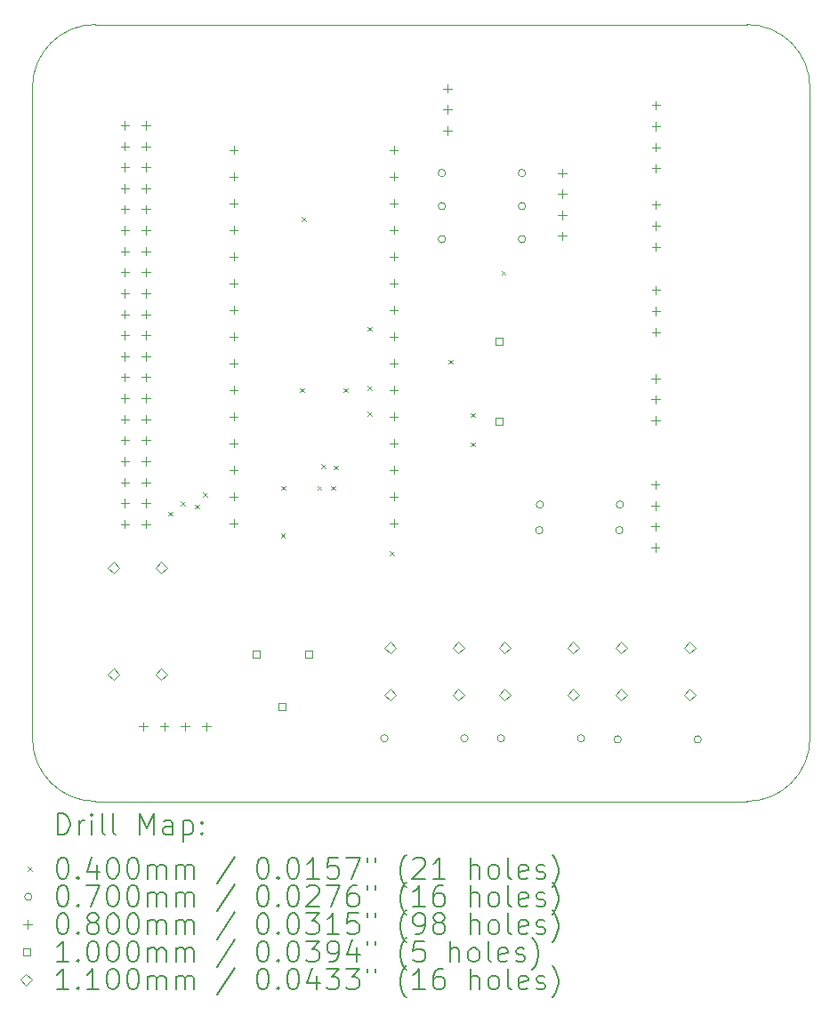
<source format=gbr>
%TF.GenerationSoftware,KiCad,Pcbnew,7.0.1*%
%TF.CreationDate,2023-05-07T18:37:53+02:00*%
%TF.ProjectId,carte_v2,63617274-655f-4763-922e-6b696361645f,rev?*%
%TF.SameCoordinates,Original*%
%TF.FileFunction,Drillmap*%
%TF.FilePolarity,Positive*%
%FSLAX45Y45*%
G04 Gerber Fmt 4.5, Leading zero omitted, Abs format (unit mm)*
G04 Created by KiCad (PCBNEW 7.0.1) date 2023-05-07 18:37:53*
%MOMM*%
%LPD*%
G01*
G04 APERTURE LIST*
%ADD10C,0.100000*%
%ADD11C,0.200000*%
%ADD12C,0.040000*%
%ADD13C,0.070000*%
%ADD14C,0.080000*%
%ADD15C,0.110000*%
G04 APERTURE END LIST*
D10*
X12300000Y-3300000D02*
G75*
G03*
X11700000Y-3900000I0J-600000D01*
G01*
X19100000Y-3900000D02*
X19100000Y-10100000D01*
X18500000Y-10700000D02*
G75*
G03*
X19100000Y-10100000I0J600000D01*
G01*
X11700000Y-10100000D02*
X11700000Y-3900000D01*
X11700000Y-10100000D02*
G75*
G03*
X12300000Y-10700000I600000J0D01*
G01*
X18500000Y-3300000D02*
X12300000Y-3300000D01*
X19100000Y-3900000D02*
G75*
G03*
X18500000Y-3300000I-600000J0D01*
G01*
X18500000Y-10700000D02*
X12300000Y-10700000D01*
D11*
D12*
X12994000Y-7940000D02*
X13034000Y-7980000D01*
X13034000Y-7940000D02*
X12994000Y-7980000D01*
X13114000Y-7842000D02*
X13154000Y-7882000D01*
X13154000Y-7842000D02*
X13114000Y-7882000D01*
X13244000Y-7872000D02*
X13284000Y-7912000D01*
X13284000Y-7872000D02*
X13244000Y-7912000D01*
X13320000Y-7760000D02*
X13360000Y-7800000D01*
X13360000Y-7760000D02*
X13320000Y-7800000D01*
X14063000Y-8145000D02*
X14103000Y-8185000D01*
X14103000Y-8145000D02*
X14063000Y-8185000D01*
X14068000Y-7696000D02*
X14108000Y-7736000D01*
X14108000Y-7696000D02*
X14068000Y-7736000D01*
X14246000Y-6763000D02*
X14286000Y-6803000D01*
X14286000Y-6763000D02*
X14246000Y-6803000D01*
X14260000Y-5132000D02*
X14300000Y-5172000D01*
X14300000Y-5132000D02*
X14260000Y-5172000D01*
X14410000Y-7696050D02*
X14450000Y-7736050D01*
X14450000Y-7696050D02*
X14410000Y-7736050D01*
X14450000Y-7490000D02*
X14490000Y-7530000D01*
X14490000Y-7490000D02*
X14450000Y-7530000D01*
X14540000Y-7696050D02*
X14580000Y-7736050D01*
X14580000Y-7696050D02*
X14540000Y-7736050D01*
X14570000Y-7500000D02*
X14610000Y-7540000D01*
X14610000Y-7500000D02*
X14570000Y-7540000D01*
X14661000Y-6763000D02*
X14701000Y-6803000D01*
X14701000Y-6763000D02*
X14661000Y-6803000D01*
X14890000Y-6180000D02*
X14930000Y-6220000D01*
X14930000Y-6180000D02*
X14890000Y-6220000D01*
X14890000Y-6740000D02*
X14930000Y-6780000D01*
X14930000Y-6740000D02*
X14890000Y-6780000D01*
X14890000Y-6990000D02*
X14930000Y-7030000D01*
X14930000Y-6990000D02*
X14890000Y-7030000D01*
X15100000Y-8320000D02*
X15140000Y-8360000D01*
X15140000Y-8320000D02*
X15100000Y-8360000D01*
X15659000Y-6493000D02*
X15699000Y-6533000D01*
X15699000Y-6493000D02*
X15659000Y-6533000D01*
X15870000Y-7000000D02*
X15910000Y-7040000D01*
X15910000Y-7000000D02*
X15870000Y-7040000D01*
X15870000Y-7280000D02*
X15910000Y-7320000D01*
X15910000Y-7280000D02*
X15870000Y-7320000D01*
X16163000Y-5645000D02*
X16203000Y-5685000D01*
X16203000Y-5645000D02*
X16163000Y-5685000D01*
D13*
X15084000Y-10100000D02*
G75*
G03*
X15084000Y-10100000I-35000J0D01*
G01*
X15632000Y-4715000D02*
G75*
G03*
X15632000Y-4715000I-35000J0D01*
G01*
X15632000Y-5030000D02*
G75*
G03*
X15632000Y-5030000I-35000J0D01*
G01*
X15632000Y-5345000D02*
G75*
G03*
X15632000Y-5345000I-35000J0D01*
G01*
X15846000Y-10100000D02*
G75*
G03*
X15846000Y-10100000I-35000J0D01*
G01*
X16194000Y-10100000D02*
G75*
G03*
X16194000Y-10100000I-35000J0D01*
G01*
X16394000Y-4715000D02*
G75*
G03*
X16394000Y-4715000I-35000J0D01*
G01*
X16394000Y-5030000D02*
G75*
G03*
X16394000Y-5030000I-35000J0D01*
G01*
X16394000Y-5345000D02*
G75*
G03*
X16394000Y-5345000I-35000J0D01*
G01*
X16559000Y-8118000D02*
G75*
G03*
X16559000Y-8118000I-35000J0D01*
G01*
X16564000Y-7873000D02*
G75*
G03*
X16564000Y-7873000I-35000J0D01*
G01*
X16956000Y-10100000D02*
G75*
G03*
X16956000Y-10100000I-35000J0D01*
G01*
X17304000Y-10110000D02*
G75*
G03*
X17304000Y-10110000I-35000J0D01*
G01*
X17321000Y-8118000D02*
G75*
G03*
X17321000Y-8118000I-35000J0D01*
G01*
X17326000Y-7873000D02*
G75*
G03*
X17326000Y-7873000I-35000J0D01*
G01*
X18066000Y-10110000D02*
G75*
G03*
X18066000Y-10110000I-35000J0D01*
G01*
D14*
X12580000Y-4220000D02*
X12580000Y-4300000D01*
X12540000Y-4260000D02*
X12620000Y-4260000D01*
X12580000Y-4420000D02*
X12580000Y-4500000D01*
X12540000Y-4460000D02*
X12620000Y-4460000D01*
X12580000Y-4620000D02*
X12580000Y-4700000D01*
X12540000Y-4660000D02*
X12620000Y-4660000D01*
X12580000Y-4820000D02*
X12580000Y-4900000D01*
X12540000Y-4860000D02*
X12620000Y-4860000D01*
X12580000Y-5020000D02*
X12580000Y-5100000D01*
X12540000Y-5060000D02*
X12620000Y-5060000D01*
X12580000Y-5220000D02*
X12580000Y-5300000D01*
X12540000Y-5260000D02*
X12620000Y-5260000D01*
X12580000Y-5420000D02*
X12580000Y-5500000D01*
X12540000Y-5460000D02*
X12620000Y-5460000D01*
X12580000Y-5620000D02*
X12580000Y-5700000D01*
X12540000Y-5660000D02*
X12620000Y-5660000D01*
X12580000Y-5820000D02*
X12580000Y-5900000D01*
X12540000Y-5860000D02*
X12620000Y-5860000D01*
X12580000Y-6020000D02*
X12580000Y-6100000D01*
X12540000Y-6060000D02*
X12620000Y-6060000D01*
X12580000Y-6220000D02*
X12580000Y-6300000D01*
X12540000Y-6260000D02*
X12620000Y-6260000D01*
X12580000Y-6420000D02*
X12580000Y-6500000D01*
X12540000Y-6460000D02*
X12620000Y-6460000D01*
X12580000Y-6620000D02*
X12580000Y-6700000D01*
X12540000Y-6660000D02*
X12620000Y-6660000D01*
X12580000Y-6820000D02*
X12580000Y-6900000D01*
X12540000Y-6860000D02*
X12620000Y-6860000D01*
X12580000Y-7020000D02*
X12580000Y-7100000D01*
X12540000Y-7060000D02*
X12620000Y-7060000D01*
X12580000Y-7220000D02*
X12580000Y-7300000D01*
X12540000Y-7260000D02*
X12620000Y-7260000D01*
X12580000Y-7420000D02*
X12580000Y-7500000D01*
X12540000Y-7460000D02*
X12620000Y-7460000D01*
X12580000Y-7620000D02*
X12580000Y-7700000D01*
X12540000Y-7660000D02*
X12620000Y-7660000D01*
X12580000Y-7820000D02*
X12580000Y-7900000D01*
X12540000Y-7860000D02*
X12620000Y-7860000D01*
X12580000Y-8020000D02*
X12580000Y-8100000D01*
X12540000Y-8060000D02*
X12620000Y-8060000D01*
X12754000Y-9947000D02*
X12754000Y-10027000D01*
X12714000Y-9987000D02*
X12794000Y-9987000D01*
X12780000Y-4220000D02*
X12780000Y-4300000D01*
X12740000Y-4260000D02*
X12820000Y-4260000D01*
X12780000Y-4420000D02*
X12780000Y-4500000D01*
X12740000Y-4460000D02*
X12820000Y-4460000D01*
X12780000Y-4620000D02*
X12780000Y-4700000D01*
X12740000Y-4660000D02*
X12820000Y-4660000D01*
X12780000Y-4820000D02*
X12780000Y-4900000D01*
X12740000Y-4860000D02*
X12820000Y-4860000D01*
X12780000Y-5020000D02*
X12780000Y-5100000D01*
X12740000Y-5060000D02*
X12820000Y-5060000D01*
X12780000Y-5220000D02*
X12780000Y-5300000D01*
X12740000Y-5260000D02*
X12820000Y-5260000D01*
X12780000Y-5420000D02*
X12780000Y-5500000D01*
X12740000Y-5460000D02*
X12820000Y-5460000D01*
X12780000Y-5620000D02*
X12780000Y-5700000D01*
X12740000Y-5660000D02*
X12820000Y-5660000D01*
X12780000Y-5820000D02*
X12780000Y-5900000D01*
X12740000Y-5860000D02*
X12820000Y-5860000D01*
X12780000Y-6020000D02*
X12780000Y-6100000D01*
X12740000Y-6060000D02*
X12820000Y-6060000D01*
X12780000Y-6220000D02*
X12780000Y-6300000D01*
X12740000Y-6260000D02*
X12820000Y-6260000D01*
X12780000Y-6420000D02*
X12780000Y-6500000D01*
X12740000Y-6460000D02*
X12820000Y-6460000D01*
X12780000Y-6620000D02*
X12780000Y-6700000D01*
X12740000Y-6660000D02*
X12820000Y-6660000D01*
X12780000Y-6820000D02*
X12780000Y-6900000D01*
X12740000Y-6860000D02*
X12820000Y-6860000D01*
X12780000Y-7020000D02*
X12780000Y-7100000D01*
X12740000Y-7060000D02*
X12820000Y-7060000D01*
X12780000Y-7220000D02*
X12780000Y-7300000D01*
X12740000Y-7260000D02*
X12820000Y-7260000D01*
X12780000Y-7420000D02*
X12780000Y-7500000D01*
X12740000Y-7460000D02*
X12820000Y-7460000D01*
X12780000Y-7620000D02*
X12780000Y-7700000D01*
X12740000Y-7660000D02*
X12820000Y-7660000D01*
X12780000Y-7820000D02*
X12780000Y-7900000D01*
X12740000Y-7860000D02*
X12820000Y-7860000D01*
X12780000Y-8020000D02*
X12780000Y-8100000D01*
X12740000Y-8060000D02*
X12820000Y-8060000D01*
X12954000Y-9947000D02*
X12954000Y-10027000D01*
X12914000Y-9987000D02*
X12994000Y-9987000D01*
X13154000Y-9947000D02*
X13154000Y-10027000D01*
X13114000Y-9987000D02*
X13194000Y-9987000D01*
X13354000Y-9947000D02*
X13354000Y-10027000D01*
X13314000Y-9987000D02*
X13394000Y-9987000D01*
X13616000Y-4454000D02*
X13616000Y-4534000D01*
X13576000Y-4494000D02*
X13656000Y-4494000D01*
X13616000Y-4708000D02*
X13616000Y-4788000D01*
X13576000Y-4748000D02*
X13656000Y-4748000D01*
X13616000Y-4962000D02*
X13616000Y-5042000D01*
X13576000Y-5002000D02*
X13656000Y-5002000D01*
X13616000Y-5216000D02*
X13616000Y-5296000D01*
X13576000Y-5256000D02*
X13656000Y-5256000D01*
X13616000Y-5470000D02*
X13616000Y-5550000D01*
X13576000Y-5510000D02*
X13656000Y-5510000D01*
X13616000Y-5724000D02*
X13616000Y-5804000D01*
X13576000Y-5764000D02*
X13656000Y-5764000D01*
X13616000Y-5978000D02*
X13616000Y-6058000D01*
X13576000Y-6018000D02*
X13656000Y-6018000D01*
X13616000Y-6232000D02*
X13616000Y-6312000D01*
X13576000Y-6272000D02*
X13656000Y-6272000D01*
X13616000Y-6486000D02*
X13616000Y-6566000D01*
X13576000Y-6526000D02*
X13656000Y-6526000D01*
X13616000Y-6740000D02*
X13616000Y-6820000D01*
X13576000Y-6780000D02*
X13656000Y-6780000D01*
X13616000Y-6994000D02*
X13616000Y-7074000D01*
X13576000Y-7034000D02*
X13656000Y-7034000D01*
X13616000Y-7248000D02*
X13616000Y-7328000D01*
X13576000Y-7288000D02*
X13656000Y-7288000D01*
X13616000Y-7502000D02*
X13616000Y-7582000D01*
X13576000Y-7542000D02*
X13656000Y-7542000D01*
X13616000Y-7756000D02*
X13616000Y-7836000D01*
X13576000Y-7796000D02*
X13656000Y-7796000D01*
X13616000Y-8010000D02*
X13616000Y-8090000D01*
X13576000Y-8050000D02*
X13656000Y-8050000D01*
X15140000Y-4454000D02*
X15140000Y-4534000D01*
X15100000Y-4494000D02*
X15180000Y-4494000D01*
X15140000Y-4708000D02*
X15140000Y-4788000D01*
X15100000Y-4748000D02*
X15180000Y-4748000D01*
X15140000Y-4962000D02*
X15140000Y-5042000D01*
X15100000Y-5002000D02*
X15180000Y-5002000D01*
X15140000Y-5216000D02*
X15140000Y-5296000D01*
X15100000Y-5256000D02*
X15180000Y-5256000D01*
X15140000Y-5470000D02*
X15140000Y-5550000D01*
X15100000Y-5510000D02*
X15180000Y-5510000D01*
X15140000Y-5724000D02*
X15140000Y-5804000D01*
X15100000Y-5764000D02*
X15180000Y-5764000D01*
X15140000Y-5978000D02*
X15140000Y-6058000D01*
X15100000Y-6018000D02*
X15180000Y-6018000D01*
X15140000Y-6232000D02*
X15140000Y-6312000D01*
X15100000Y-6272000D02*
X15180000Y-6272000D01*
X15140000Y-6486000D02*
X15140000Y-6566000D01*
X15100000Y-6526000D02*
X15180000Y-6526000D01*
X15140000Y-6740000D02*
X15140000Y-6820000D01*
X15100000Y-6780000D02*
X15180000Y-6780000D01*
X15140000Y-6994000D02*
X15140000Y-7074000D01*
X15100000Y-7034000D02*
X15180000Y-7034000D01*
X15140000Y-7248000D02*
X15140000Y-7328000D01*
X15100000Y-7288000D02*
X15180000Y-7288000D01*
X15140000Y-7502000D02*
X15140000Y-7582000D01*
X15100000Y-7542000D02*
X15180000Y-7542000D01*
X15140000Y-7756000D02*
X15140000Y-7836000D01*
X15100000Y-7796000D02*
X15180000Y-7796000D01*
X15140000Y-8010000D02*
X15140000Y-8090000D01*
X15100000Y-8050000D02*
X15180000Y-8050000D01*
X15650000Y-3870000D02*
X15650000Y-3950000D01*
X15610000Y-3910000D02*
X15690000Y-3910000D01*
X15650000Y-4070000D02*
X15650000Y-4150000D01*
X15610000Y-4110000D02*
X15690000Y-4110000D01*
X15650000Y-4270000D02*
X15650000Y-4350000D01*
X15610000Y-4310000D02*
X15690000Y-4310000D01*
X16743000Y-4674000D02*
X16743000Y-4754000D01*
X16703000Y-4714000D02*
X16783000Y-4714000D01*
X16743000Y-4874000D02*
X16743000Y-4954000D01*
X16703000Y-4914000D02*
X16783000Y-4914000D01*
X16743000Y-5074000D02*
X16743000Y-5154000D01*
X16703000Y-5114000D02*
X16783000Y-5114000D01*
X16743000Y-5274000D02*
X16743000Y-5354000D01*
X16703000Y-5314000D02*
X16783000Y-5314000D01*
X17627000Y-7643000D02*
X17627000Y-7723000D01*
X17587000Y-7683000D02*
X17667000Y-7683000D01*
X17627000Y-7843000D02*
X17627000Y-7923000D01*
X17587000Y-7883000D02*
X17667000Y-7883000D01*
X17627000Y-8043000D02*
X17627000Y-8123000D01*
X17587000Y-8083000D02*
X17667000Y-8083000D01*
X17627000Y-8243000D02*
X17627000Y-8323000D01*
X17587000Y-8283000D02*
X17667000Y-8283000D01*
X17633000Y-6632000D02*
X17633000Y-6712000D01*
X17593000Y-6672000D02*
X17673000Y-6672000D01*
X17633000Y-6832000D02*
X17633000Y-6912000D01*
X17593000Y-6872000D02*
X17673000Y-6872000D01*
X17633000Y-7032000D02*
X17633000Y-7112000D01*
X17593000Y-7072000D02*
X17673000Y-7072000D01*
X17634000Y-4030000D02*
X17634000Y-4110000D01*
X17594000Y-4070000D02*
X17674000Y-4070000D01*
X17634000Y-4230000D02*
X17634000Y-4310000D01*
X17594000Y-4270000D02*
X17674000Y-4270000D01*
X17634000Y-4430000D02*
X17634000Y-4510000D01*
X17594000Y-4470000D02*
X17674000Y-4470000D01*
X17634000Y-4630000D02*
X17634000Y-4710000D01*
X17594000Y-4670000D02*
X17674000Y-4670000D01*
X17635000Y-4978000D02*
X17635000Y-5058000D01*
X17595000Y-5018000D02*
X17675000Y-5018000D01*
X17635000Y-5178000D02*
X17635000Y-5258000D01*
X17595000Y-5218000D02*
X17675000Y-5218000D01*
X17635000Y-5378000D02*
X17635000Y-5458000D01*
X17595000Y-5418000D02*
X17675000Y-5418000D01*
X17635000Y-5790000D02*
X17635000Y-5870000D01*
X17595000Y-5830000D02*
X17675000Y-5830000D01*
X17635000Y-5990000D02*
X17635000Y-6070000D01*
X17595000Y-6030000D02*
X17675000Y-6030000D01*
X17635000Y-6190000D02*
X17635000Y-6270000D01*
X17595000Y-6230000D02*
X17675000Y-6230000D01*
D10*
X13862356Y-9333356D02*
X13862356Y-9262644D01*
X13791644Y-9262644D01*
X13791644Y-9333356D01*
X13862356Y-9333356D01*
X14112356Y-9833356D02*
X14112356Y-9762644D01*
X14041644Y-9762644D01*
X14041644Y-9833356D01*
X14112356Y-9833356D01*
X14362356Y-9333356D02*
X14362356Y-9262644D01*
X14291644Y-9262644D01*
X14291644Y-9333356D01*
X14362356Y-9333356D01*
X16175356Y-6355356D02*
X16175356Y-6284644D01*
X16104644Y-6284644D01*
X16104644Y-6355356D01*
X16175356Y-6355356D01*
X16175356Y-7115356D02*
X16175356Y-7044644D01*
X16104644Y-7044644D01*
X16104644Y-7115356D01*
X16175356Y-7115356D01*
D15*
X12471000Y-8528000D02*
X12526000Y-8473000D01*
X12471000Y-8418000D01*
X12416000Y-8473000D01*
X12471000Y-8528000D01*
X12471000Y-9544000D02*
X12526000Y-9489000D01*
X12471000Y-9434000D01*
X12416000Y-9489000D01*
X12471000Y-9544000D01*
X12924000Y-8529000D02*
X12979000Y-8474000D01*
X12924000Y-8419000D01*
X12869000Y-8474000D01*
X12924000Y-8529000D01*
X12924000Y-9545000D02*
X12979000Y-9490000D01*
X12924000Y-9435000D01*
X12869000Y-9490000D01*
X12924000Y-9545000D01*
X15105000Y-9290000D02*
X15160000Y-9235000D01*
X15105000Y-9180000D01*
X15050000Y-9235000D01*
X15105000Y-9290000D01*
X15105000Y-9740000D02*
X15160000Y-9685000D01*
X15105000Y-9630000D01*
X15050000Y-9685000D01*
X15105000Y-9740000D01*
X15755000Y-9290000D02*
X15810000Y-9235000D01*
X15755000Y-9180000D01*
X15700000Y-9235000D01*
X15755000Y-9290000D01*
X15755000Y-9740000D02*
X15810000Y-9685000D01*
X15755000Y-9630000D01*
X15700000Y-9685000D01*
X15755000Y-9740000D01*
X16195000Y-9290000D02*
X16250000Y-9235000D01*
X16195000Y-9180000D01*
X16140000Y-9235000D01*
X16195000Y-9290000D01*
X16195000Y-9740000D02*
X16250000Y-9685000D01*
X16195000Y-9630000D01*
X16140000Y-9685000D01*
X16195000Y-9740000D01*
X16845000Y-9290000D02*
X16900000Y-9235000D01*
X16845000Y-9180000D01*
X16790000Y-9235000D01*
X16845000Y-9290000D01*
X16845000Y-9740000D02*
X16900000Y-9685000D01*
X16845000Y-9630000D01*
X16790000Y-9685000D01*
X16845000Y-9740000D01*
X17305000Y-9290000D02*
X17360000Y-9235000D01*
X17305000Y-9180000D01*
X17250000Y-9235000D01*
X17305000Y-9290000D01*
X17305000Y-9740000D02*
X17360000Y-9685000D01*
X17305000Y-9630000D01*
X17250000Y-9685000D01*
X17305000Y-9740000D01*
X17955000Y-9290000D02*
X18010000Y-9235000D01*
X17955000Y-9180000D01*
X17900000Y-9235000D01*
X17955000Y-9290000D01*
X17955000Y-9740000D02*
X18010000Y-9685000D01*
X17955000Y-9630000D01*
X17900000Y-9685000D01*
X17955000Y-9740000D01*
D11*
X11942619Y-11017524D02*
X11942619Y-10817524D01*
X11942619Y-10817524D02*
X11990238Y-10817524D01*
X11990238Y-10817524D02*
X12018809Y-10827048D01*
X12018809Y-10827048D02*
X12037857Y-10846095D01*
X12037857Y-10846095D02*
X12047381Y-10865143D01*
X12047381Y-10865143D02*
X12056905Y-10903238D01*
X12056905Y-10903238D02*
X12056905Y-10931810D01*
X12056905Y-10931810D02*
X12047381Y-10969905D01*
X12047381Y-10969905D02*
X12037857Y-10988952D01*
X12037857Y-10988952D02*
X12018809Y-11008000D01*
X12018809Y-11008000D02*
X11990238Y-11017524D01*
X11990238Y-11017524D02*
X11942619Y-11017524D01*
X12142619Y-11017524D02*
X12142619Y-10884190D01*
X12142619Y-10922286D02*
X12152143Y-10903238D01*
X12152143Y-10903238D02*
X12161667Y-10893714D01*
X12161667Y-10893714D02*
X12180714Y-10884190D01*
X12180714Y-10884190D02*
X12199762Y-10884190D01*
X12266428Y-11017524D02*
X12266428Y-10884190D01*
X12266428Y-10817524D02*
X12256905Y-10827048D01*
X12256905Y-10827048D02*
X12266428Y-10836571D01*
X12266428Y-10836571D02*
X12275952Y-10827048D01*
X12275952Y-10827048D02*
X12266428Y-10817524D01*
X12266428Y-10817524D02*
X12266428Y-10836571D01*
X12390238Y-11017524D02*
X12371190Y-11008000D01*
X12371190Y-11008000D02*
X12361667Y-10988952D01*
X12361667Y-10988952D02*
X12361667Y-10817524D01*
X12495000Y-11017524D02*
X12475952Y-11008000D01*
X12475952Y-11008000D02*
X12466428Y-10988952D01*
X12466428Y-10988952D02*
X12466428Y-10817524D01*
X12723571Y-11017524D02*
X12723571Y-10817524D01*
X12723571Y-10817524D02*
X12790238Y-10960381D01*
X12790238Y-10960381D02*
X12856905Y-10817524D01*
X12856905Y-10817524D02*
X12856905Y-11017524D01*
X13037857Y-11017524D02*
X13037857Y-10912762D01*
X13037857Y-10912762D02*
X13028333Y-10893714D01*
X13028333Y-10893714D02*
X13009286Y-10884190D01*
X13009286Y-10884190D02*
X12971190Y-10884190D01*
X12971190Y-10884190D02*
X12952143Y-10893714D01*
X13037857Y-11008000D02*
X13018809Y-11017524D01*
X13018809Y-11017524D02*
X12971190Y-11017524D01*
X12971190Y-11017524D02*
X12952143Y-11008000D01*
X12952143Y-11008000D02*
X12942619Y-10988952D01*
X12942619Y-10988952D02*
X12942619Y-10969905D01*
X12942619Y-10969905D02*
X12952143Y-10950857D01*
X12952143Y-10950857D02*
X12971190Y-10941333D01*
X12971190Y-10941333D02*
X13018809Y-10941333D01*
X13018809Y-10941333D02*
X13037857Y-10931810D01*
X13133095Y-10884190D02*
X13133095Y-11084190D01*
X13133095Y-10893714D02*
X13152143Y-10884190D01*
X13152143Y-10884190D02*
X13190238Y-10884190D01*
X13190238Y-10884190D02*
X13209286Y-10893714D01*
X13209286Y-10893714D02*
X13218809Y-10903238D01*
X13218809Y-10903238D02*
X13228333Y-10922286D01*
X13228333Y-10922286D02*
X13228333Y-10979429D01*
X13228333Y-10979429D02*
X13218809Y-10998476D01*
X13218809Y-10998476D02*
X13209286Y-11008000D01*
X13209286Y-11008000D02*
X13190238Y-11017524D01*
X13190238Y-11017524D02*
X13152143Y-11017524D01*
X13152143Y-11017524D02*
X13133095Y-11008000D01*
X13314048Y-10998476D02*
X13323571Y-11008000D01*
X13323571Y-11008000D02*
X13314048Y-11017524D01*
X13314048Y-11017524D02*
X13304524Y-11008000D01*
X13304524Y-11008000D02*
X13314048Y-10998476D01*
X13314048Y-10998476D02*
X13314048Y-11017524D01*
X13314048Y-10893714D02*
X13323571Y-10903238D01*
X13323571Y-10903238D02*
X13314048Y-10912762D01*
X13314048Y-10912762D02*
X13304524Y-10903238D01*
X13304524Y-10903238D02*
X13314048Y-10893714D01*
X13314048Y-10893714D02*
X13314048Y-10912762D01*
D12*
X11655000Y-11325000D02*
X11695000Y-11365000D01*
X11695000Y-11325000D02*
X11655000Y-11365000D01*
D11*
X11980714Y-11237524D02*
X11999762Y-11237524D01*
X11999762Y-11237524D02*
X12018809Y-11247048D01*
X12018809Y-11247048D02*
X12028333Y-11256571D01*
X12028333Y-11256571D02*
X12037857Y-11275619D01*
X12037857Y-11275619D02*
X12047381Y-11313714D01*
X12047381Y-11313714D02*
X12047381Y-11361333D01*
X12047381Y-11361333D02*
X12037857Y-11399428D01*
X12037857Y-11399428D02*
X12028333Y-11418476D01*
X12028333Y-11418476D02*
X12018809Y-11428000D01*
X12018809Y-11428000D02*
X11999762Y-11437524D01*
X11999762Y-11437524D02*
X11980714Y-11437524D01*
X11980714Y-11437524D02*
X11961667Y-11428000D01*
X11961667Y-11428000D02*
X11952143Y-11418476D01*
X11952143Y-11418476D02*
X11942619Y-11399428D01*
X11942619Y-11399428D02*
X11933095Y-11361333D01*
X11933095Y-11361333D02*
X11933095Y-11313714D01*
X11933095Y-11313714D02*
X11942619Y-11275619D01*
X11942619Y-11275619D02*
X11952143Y-11256571D01*
X11952143Y-11256571D02*
X11961667Y-11247048D01*
X11961667Y-11247048D02*
X11980714Y-11237524D01*
X12133095Y-11418476D02*
X12142619Y-11428000D01*
X12142619Y-11428000D02*
X12133095Y-11437524D01*
X12133095Y-11437524D02*
X12123571Y-11428000D01*
X12123571Y-11428000D02*
X12133095Y-11418476D01*
X12133095Y-11418476D02*
X12133095Y-11437524D01*
X12314048Y-11304190D02*
X12314048Y-11437524D01*
X12266428Y-11228000D02*
X12218809Y-11370857D01*
X12218809Y-11370857D02*
X12342619Y-11370857D01*
X12456905Y-11237524D02*
X12475952Y-11237524D01*
X12475952Y-11237524D02*
X12495000Y-11247048D01*
X12495000Y-11247048D02*
X12504524Y-11256571D01*
X12504524Y-11256571D02*
X12514048Y-11275619D01*
X12514048Y-11275619D02*
X12523571Y-11313714D01*
X12523571Y-11313714D02*
X12523571Y-11361333D01*
X12523571Y-11361333D02*
X12514048Y-11399428D01*
X12514048Y-11399428D02*
X12504524Y-11418476D01*
X12504524Y-11418476D02*
X12495000Y-11428000D01*
X12495000Y-11428000D02*
X12475952Y-11437524D01*
X12475952Y-11437524D02*
X12456905Y-11437524D01*
X12456905Y-11437524D02*
X12437857Y-11428000D01*
X12437857Y-11428000D02*
X12428333Y-11418476D01*
X12428333Y-11418476D02*
X12418809Y-11399428D01*
X12418809Y-11399428D02*
X12409286Y-11361333D01*
X12409286Y-11361333D02*
X12409286Y-11313714D01*
X12409286Y-11313714D02*
X12418809Y-11275619D01*
X12418809Y-11275619D02*
X12428333Y-11256571D01*
X12428333Y-11256571D02*
X12437857Y-11247048D01*
X12437857Y-11247048D02*
X12456905Y-11237524D01*
X12647381Y-11237524D02*
X12666429Y-11237524D01*
X12666429Y-11237524D02*
X12685476Y-11247048D01*
X12685476Y-11247048D02*
X12695000Y-11256571D01*
X12695000Y-11256571D02*
X12704524Y-11275619D01*
X12704524Y-11275619D02*
X12714048Y-11313714D01*
X12714048Y-11313714D02*
X12714048Y-11361333D01*
X12714048Y-11361333D02*
X12704524Y-11399428D01*
X12704524Y-11399428D02*
X12695000Y-11418476D01*
X12695000Y-11418476D02*
X12685476Y-11428000D01*
X12685476Y-11428000D02*
X12666429Y-11437524D01*
X12666429Y-11437524D02*
X12647381Y-11437524D01*
X12647381Y-11437524D02*
X12628333Y-11428000D01*
X12628333Y-11428000D02*
X12618809Y-11418476D01*
X12618809Y-11418476D02*
X12609286Y-11399428D01*
X12609286Y-11399428D02*
X12599762Y-11361333D01*
X12599762Y-11361333D02*
X12599762Y-11313714D01*
X12599762Y-11313714D02*
X12609286Y-11275619D01*
X12609286Y-11275619D02*
X12618809Y-11256571D01*
X12618809Y-11256571D02*
X12628333Y-11247048D01*
X12628333Y-11247048D02*
X12647381Y-11237524D01*
X12799762Y-11437524D02*
X12799762Y-11304190D01*
X12799762Y-11323238D02*
X12809286Y-11313714D01*
X12809286Y-11313714D02*
X12828333Y-11304190D01*
X12828333Y-11304190D02*
X12856905Y-11304190D01*
X12856905Y-11304190D02*
X12875952Y-11313714D01*
X12875952Y-11313714D02*
X12885476Y-11332762D01*
X12885476Y-11332762D02*
X12885476Y-11437524D01*
X12885476Y-11332762D02*
X12895000Y-11313714D01*
X12895000Y-11313714D02*
X12914048Y-11304190D01*
X12914048Y-11304190D02*
X12942619Y-11304190D01*
X12942619Y-11304190D02*
X12961667Y-11313714D01*
X12961667Y-11313714D02*
X12971190Y-11332762D01*
X12971190Y-11332762D02*
X12971190Y-11437524D01*
X13066429Y-11437524D02*
X13066429Y-11304190D01*
X13066429Y-11323238D02*
X13075952Y-11313714D01*
X13075952Y-11313714D02*
X13095000Y-11304190D01*
X13095000Y-11304190D02*
X13123571Y-11304190D01*
X13123571Y-11304190D02*
X13142619Y-11313714D01*
X13142619Y-11313714D02*
X13152143Y-11332762D01*
X13152143Y-11332762D02*
X13152143Y-11437524D01*
X13152143Y-11332762D02*
X13161667Y-11313714D01*
X13161667Y-11313714D02*
X13180714Y-11304190D01*
X13180714Y-11304190D02*
X13209286Y-11304190D01*
X13209286Y-11304190D02*
X13228333Y-11313714D01*
X13228333Y-11313714D02*
X13237857Y-11332762D01*
X13237857Y-11332762D02*
X13237857Y-11437524D01*
X13628333Y-11228000D02*
X13456905Y-11485143D01*
X13885476Y-11237524D02*
X13904524Y-11237524D01*
X13904524Y-11237524D02*
X13923572Y-11247048D01*
X13923572Y-11247048D02*
X13933095Y-11256571D01*
X13933095Y-11256571D02*
X13942619Y-11275619D01*
X13942619Y-11275619D02*
X13952143Y-11313714D01*
X13952143Y-11313714D02*
X13952143Y-11361333D01*
X13952143Y-11361333D02*
X13942619Y-11399428D01*
X13942619Y-11399428D02*
X13933095Y-11418476D01*
X13933095Y-11418476D02*
X13923572Y-11428000D01*
X13923572Y-11428000D02*
X13904524Y-11437524D01*
X13904524Y-11437524D02*
X13885476Y-11437524D01*
X13885476Y-11437524D02*
X13866429Y-11428000D01*
X13866429Y-11428000D02*
X13856905Y-11418476D01*
X13856905Y-11418476D02*
X13847381Y-11399428D01*
X13847381Y-11399428D02*
X13837857Y-11361333D01*
X13837857Y-11361333D02*
X13837857Y-11313714D01*
X13837857Y-11313714D02*
X13847381Y-11275619D01*
X13847381Y-11275619D02*
X13856905Y-11256571D01*
X13856905Y-11256571D02*
X13866429Y-11247048D01*
X13866429Y-11247048D02*
X13885476Y-11237524D01*
X14037857Y-11418476D02*
X14047381Y-11428000D01*
X14047381Y-11428000D02*
X14037857Y-11437524D01*
X14037857Y-11437524D02*
X14028333Y-11428000D01*
X14028333Y-11428000D02*
X14037857Y-11418476D01*
X14037857Y-11418476D02*
X14037857Y-11437524D01*
X14171191Y-11237524D02*
X14190238Y-11237524D01*
X14190238Y-11237524D02*
X14209286Y-11247048D01*
X14209286Y-11247048D02*
X14218810Y-11256571D01*
X14218810Y-11256571D02*
X14228333Y-11275619D01*
X14228333Y-11275619D02*
X14237857Y-11313714D01*
X14237857Y-11313714D02*
X14237857Y-11361333D01*
X14237857Y-11361333D02*
X14228333Y-11399428D01*
X14228333Y-11399428D02*
X14218810Y-11418476D01*
X14218810Y-11418476D02*
X14209286Y-11428000D01*
X14209286Y-11428000D02*
X14190238Y-11437524D01*
X14190238Y-11437524D02*
X14171191Y-11437524D01*
X14171191Y-11437524D02*
X14152143Y-11428000D01*
X14152143Y-11428000D02*
X14142619Y-11418476D01*
X14142619Y-11418476D02*
X14133095Y-11399428D01*
X14133095Y-11399428D02*
X14123572Y-11361333D01*
X14123572Y-11361333D02*
X14123572Y-11313714D01*
X14123572Y-11313714D02*
X14133095Y-11275619D01*
X14133095Y-11275619D02*
X14142619Y-11256571D01*
X14142619Y-11256571D02*
X14152143Y-11247048D01*
X14152143Y-11247048D02*
X14171191Y-11237524D01*
X14428333Y-11437524D02*
X14314048Y-11437524D01*
X14371191Y-11437524D02*
X14371191Y-11237524D01*
X14371191Y-11237524D02*
X14352143Y-11266095D01*
X14352143Y-11266095D02*
X14333095Y-11285143D01*
X14333095Y-11285143D02*
X14314048Y-11294667D01*
X14609286Y-11237524D02*
X14514048Y-11237524D01*
X14514048Y-11237524D02*
X14504524Y-11332762D01*
X14504524Y-11332762D02*
X14514048Y-11323238D01*
X14514048Y-11323238D02*
X14533095Y-11313714D01*
X14533095Y-11313714D02*
X14580714Y-11313714D01*
X14580714Y-11313714D02*
X14599762Y-11323238D01*
X14599762Y-11323238D02*
X14609286Y-11332762D01*
X14609286Y-11332762D02*
X14618810Y-11351809D01*
X14618810Y-11351809D02*
X14618810Y-11399428D01*
X14618810Y-11399428D02*
X14609286Y-11418476D01*
X14609286Y-11418476D02*
X14599762Y-11428000D01*
X14599762Y-11428000D02*
X14580714Y-11437524D01*
X14580714Y-11437524D02*
X14533095Y-11437524D01*
X14533095Y-11437524D02*
X14514048Y-11428000D01*
X14514048Y-11428000D02*
X14504524Y-11418476D01*
X14685476Y-11237524D02*
X14818810Y-11237524D01*
X14818810Y-11237524D02*
X14733095Y-11437524D01*
X14885476Y-11237524D02*
X14885476Y-11275619D01*
X14961667Y-11237524D02*
X14961667Y-11275619D01*
X15256905Y-11513714D02*
X15247381Y-11504190D01*
X15247381Y-11504190D02*
X15228334Y-11475619D01*
X15228334Y-11475619D02*
X15218810Y-11456571D01*
X15218810Y-11456571D02*
X15209286Y-11428000D01*
X15209286Y-11428000D02*
X15199762Y-11380381D01*
X15199762Y-11380381D02*
X15199762Y-11342286D01*
X15199762Y-11342286D02*
X15209286Y-11294667D01*
X15209286Y-11294667D02*
X15218810Y-11266095D01*
X15218810Y-11266095D02*
X15228334Y-11247048D01*
X15228334Y-11247048D02*
X15247381Y-11218476D01*
X15247381Y-11218476D02*
X15256905Y-11208952D01*
X15323572Y-11256571D02*
X15333095Y-11247048D01*
X15333095Y-11247048D02*
X15352143Y-11237524D01*
X15352143Y-11237524D02*
X15399762Y-11237524D01*
X15399762Y-11237524D02*
X15418810Y-11247048D01*
X15418810Y-11247048D02*
X15428334Y-11256571D01*
X15428334Y-11256571D02*
X15437857Y-11275619D01*
X15437857Y-11275619D02*
X15437857Y-11294667D01*
X15437857Y-11294667D02*
X15428334Y-11323238D01*
X15428334Y-11323238D02*
X15314048Y-11437524D01*
X15314048Y-11437524D02*
X15437857Y-11437524D01*
X15628334Y-11437524D02*
X15514048Y-11437524D01*
X15571191Y-11437524D02*
X15571191Y-11237524D01*
X15571191Y-11237524D02*
X15552143Y-11266095D01*
X15552143Y-11266095D02*
X15533095Y-11285143D01*
X15533095Y-11285143D02*
X15514048Y-11294667D01*
X15866429Y-11437524D02*
X15866429Y-11237524D01*
X15952143Y-11437524D02*
X15952143Y-11332762D01*
X15952143Y-11332762D02*
X15942619Y-11313714D01*
X15942619Y-11313714D02*
X15923572Y-11304190D01*
X15923572Y-11304190D02*
X15895000Y-11304190D01*
X15895000Y-11304190D02*
X15875953Y-11313714D01*
X15875953Y-11313714D02*
X15866429Y-11323238D01*
X16075953Y-11437524D02*
X16056905Y-11428000D01*
X16056905Y-11428000D02*
X16047381Y-11418476D01*
X16047381Y-11418476D02*
X16037857Y-11399428D01*
X16037857Y-11399428D02*
X16037857Y-11342286D01*
X16037857Y-11342286D02*
X16047381Y-11323238D01*
X16047381Y-11323238D02*
X16056905Y-11313714D01*
X16056905Y-11313714D02*
X16075953Y-11304190D01*
X16075953Y-11304190D02*
X16104524Y-11304190D01*
X16104524Y-11304190D02*
X16123572Y-11313714D01*
X16123572Y-11313714D02*
X16133096Y-11323238D01*
X16133096Y-11323238D02*
X16142619Y-11342286D01*
X16142619Y-11342286D02*
X16142619Y-11399428D01*
X16142619Y-11399428D02*
X16133096Y-11418476D01*
X16133096Y-11418476D02*
X16123572Y-11428000D01*
X16123572Y-11428000D02*
X16104524Y-11437524D01*
X16104524Y-11437524D02*
X16075953Y-11437524D01*
X16256905Y-11437524D02*
X16237857Y-11428000D01*
X16237857Y-11428000D02*
X16228334Y-11408952D01*
X16228334Y-11408952D02*
X16228334Y-11237524D01*
X16409286Y-11428000D02*
X16390238Y-11437524D01*
X16390238Y-11437524D02*
X16352143Y-11437524D01*
X16352143Y-11437524D02*
X16333096Y-11428000D01*
X16333096Y-11428000D02*
X16323572Y-11408952D01*
X16323572Y-11408952D02*
X16323572Y-11332762D01*
X16323572Y-11332762D02*
X16333096Y-11313714D01*
X16333096Y-11313714D02*
X16352143Y-11304190D01*
X16352143Y-11304190D02*
X16390238Y-11304190D01*
X16390238Y-11304190D02*
X16409286Y-11313714D01*
X16409286Y-11313714D02*
X16418810Y-11332762D01*
X16418810Y-11332762D02*
X16418810Y-11351809D01*
X16418810Y-11351809D02*
X16323572Y-11370857D01*
X16495000Y-11428000D02*
X16514048Y-11437524D01*
X16514048Y-11437524D02*
X16552143Y-11437524D01*
X16552143Y-11437524D02*
X16571191Y-11428000D01*
X16571191Y-11428000D02*
X16580715Y-11408952D01*
X16580715Y-11408952D02*
X16580715Y-11399428D01*
X16580715Y-11399428D02*
X16571191Y-11380381D01*
X16571191Y-11380381D02*
X16552143Y-11370857D01*
X16552143Y-11370857D02*
X16523572Y-11370857D01*
X16523572Y-11370857D02*
X16504524Y-11361333D01*
X16504524Y-11361333D02*
X16495000Y-11342286D01*
X16495000Y-11342286D02*
X16495000Y-11332762D01*
X16495000Y-11332762D02*
X16504524Y-11313714D01*
X16504524Y-11313714D02*
X16523572Y-11304190D01*
X16523572Y-11304190D02*
X16552143Y-11304190D01*
X16552143Y-11304190D02*
X16571191Y-11313714D01*
X16647381Y-11513714D02*
X16656905Y-11504190D01*
X16656905Y-11504190D02*
X16675953Y-11475619D01*
X16675953Y-11475619D02*
X16685477Y-11456571D01*
X16685477Y-11456571D02*
X16695000Y-11428000D01*
X16695000Y-11428000D02*
X16704524Y-11380381D01*
X16704524Y-11380381D02*
X16704524Y-11342286D01*
X16704524Y-11342286D02*
X16695000Y-11294667D01*
X16695000Y-11294667D02*
X16685477Y-11266095D01*
X16685477Y-11266095D02*
X16675953Y-11247048D01*
X16675953Y-11247048D02*
X16656905Y-11218476D01*
X16656905Y-11218476D02*
X16647381Y-11208952D01*
D13*
X11695000Y-11609000D02*
G75*
G03*
X11695000Y-11609000I-35000J0D01*
G01*
D11*
X11980714Y-11501524D02*
X11999762Y-11501524D01*
X11999762Y-11501524D02*
X12018809Y-11511048D01*
X12018809Y-11511048D02*
X12028333Y-11520571D01*
X12028333Y-11520571D02*
X12037857Y-11539619D01*
X12037857Y-11539619D02*
X12047381Y-11577714D01*
X12047381Y-11577714D02*
X12047381Y-11625333D01*
X12047381Y-11625333D02*
X12037857Y-11663428D01*
X12037857Y-11663428D02*
X12028333Y-11682476D01*
X12028333Y-11682476D02*
X12018809Y-11692000D01*
X12018809Y-11692000D02*
X11999762Y-11701524D01*
X11999762Y-11701524D02*
X11980714Y-11701524D01*
X11980714Y-11701524D02*
X11961667Y-11692000D01*
X11961667Y-11692000D02*
X11952143Y-11682476D01*
X11952143Y-11682476D02*
X11942619Y-11663428D01*
X11942619Y-11663428D02*
X11933095Y-11625333D01*
X11933095Y-11625333D02*
X11933095Y-11577714D01*
X11933095Y-11577714D02*
X11942619Y-11539619D01*
X11942619Y-11539619D02*
X11952143Y-11520571D01*
X11952143Y-11520571D02*
X11961667Y-11511048D01*
X11961667Y-11511048D02*
X11980714Y-11501524D01*
X12133095Y-11682476D02*
X12142619Y-11692000D01*
X12142619Y-11692000D02*
X12133095Y-11701524D01*
X12133095Y-11701524D02*
X12123571Y-11692000D01*
X12123571Y-11692000D02*
X12133095Y-11682476D01*
X12133095Y-11682476D02*
X12133095Y-11701524D01*
X12209286Y-11501524D02*
X12342619Y-11501524D01*
X12342619Y-11501524D02*
X12256905Y-11701524D01*
X12456905Y-11501524D02*
X12475952Y-11501524D01*
X12475952Y-11501524D02*
X12495000Y-11511048D01*
X12495000Y-11511048D02*
X12504524Y-11520571D01*
X12504524Y-11520571D02*
X12514048Y-11539619D01*
X12514048Y-11539619D02*
X12523571Y-11577714D01*
X12523571Y-11577714D02*
X12523571Y-11625333D01*
X12523571Y-11625333D02*
X12514048Y-11663428D01*
X12514048Y-11663428D02*
X12504524Y-11682476D01*
X12504524Y-11682476D02*
X12495000Y-11692000D01*
X12495000Y-11692000D02*
X12475952Y-11701524D01*
X12475952Y-11701524D02*
X12456905Y-11701524D01*
X12456905Y-11701524D02*
X12437857Y-11692000D01*
X12437857Y-11692000D02*
X12428333Y-11682476D01*
X12428333Y-11682476D02*
X12418809Y-11663428D01*
X12418809Y-11663428D02*
X12409286Y-11625333D01*
X12409286Y-11625333D02*
X12409286Y-11577714D01*
X12409286Y-11577714D02*
X12418809Y-11539619D01*
X12418809Y-11539619D02*
X12428333Y-11520571D01*
X12428333Y-11520571D02*
X12437857Y-11511048D01*
X12437857Y-11511048D02*
X12456905Y-11501524D01*
X12647381Y-11501524D02*
X12666429Y-11501524D01*
X12666429Y-11501524D02*
X12685476Y-11511048D01*
X12685476Y-11511048D02*
X12695000Y-11520571D01*
X12695000Y-11520571D02*
X12704524Y-11539619D01*
X12704524Y-11539619D02*
X12714048Y-11577714D01*
X12714048Y-11577714D02*
X12714048Y-11625333D01*
X12714048Y-11625333D02*
X12704524Y-11663428D01*
X12704524Y-11663428D02*
X12695000Y-11682476D01*
X12695000Y-11682476D02*
X12685476Y-11692000D01*
X12685476Y-11692000D02*
X12666429Y-11701524D01*
X12666429Y-11701524D02*
X12647381Y-11701524D01*
X12647381Y-11701524D02*
X12628333Y-11692000D01*
X12628333Y-11692000D02*
X12618809Y-11682476D01*
X12618809Y-11682476D02*
X12609286Y-11663428D01*
X12609286Y-11663428D02*
X12599762Y-11625333D01*
X12599762Y-11625333D02*
X12599762Y-11577714D01*
X12599762Y-11577714D02*
X12609286Y-11539619D01*
X12609286Y-11539619D02*
X12618809Y-11520571D01*
X12618809Y-11520571D02*
X12628333Y-11511048D01*
X12628333Y-11511048D02*
X12647381Y-11501524D01*
X12799762Y-11701524D02*
X12799762Y-11568190D01*
X12799762Y-11587238D02*
X12809286Y-11577714D01*
X12809286Y-11577714D02*
X12828333Y-11568190D01*
X12828333Y-11568190D02*
X12856905Y-11568190D01*
X12856905Y-11568190D02*
X12875952Y-11577714D01*
X12875952Y-11577714D02*
X12885476Y-11596762D01*
X12885476Y-11596762D02*
X12885476Y-11701524D01*
X12885476Y-11596762D02*
X12895000Y-11577714D01*
X12895000Y-11577714D02*
X12914048Y-11568190D01*
X12914048Y-11568190D02*
X12942619Y-11568190D01*
X12942619Y-11568190D02*
X12961667Y-11577714D01*
X12961667Y-11577714D02*
X12971190Y-11596762D01*
X12971190Y-11596762D02*
X12971190Y-11701524D01*
X13066429Y-11701524D02*
X13066429Y-11568190D01*
X13066429Y-11587238D02*
X13075952Y-11577714D01*
X13075952Y-11577714D02*
X13095000Y-11568190D01*
X13095000Y-11568190D02*
X13123571Y-11568190D01*
X13123571Y-11568190D02*
X13142619Y-11577714D01*
X13142619Y-11577714D02*
X13152143Y-11596762D01*
X13152143Y-11596762D02*
X13152143Y-11701524D01*
X13152143Y-11596762D02*
X13161667Y-11577714D01*
X13161667Y-11577714D02*
X13180714Y-11568190D01*
X13180714Y-11568190D02*
X13209286Y-11568190D01*
X13209286Y-11568190D02*
X13228333Y-11577714D01*
X13228333Y-11577714D02*
X13237857Y-11596762D01*
X13237857Y-11596762D02*
X13237857Y-11701524D01*
X13628333Y-11492000D02*
X13456905Y-11749143D01*
X13885476Y-11501524D02*
X13904524Y-11501524D01*
X13904524Y-11501524D02*
X13923572Y-11511048D01*
X13923572Y-11511048D02*
X13933095Y-11520571D01*
X13933095Y-11520571D02*
X13942619Y-11539619D01*
X13942619Y-11539619D02*
X13952143Y-11577714D01*
X13952143Y-11577714D02*
X13952143Y-11625333D01*
X13952143Y-11625333D02*
X13942619Y-11663428D01*
X13942619Y-11663428D02*
X13933095Y-11682476D01*
X13933095Y-11682476D02*
X13923572Y-11692000D01*
X13923572Y-11692000D02*
X13904524Y-11701524D01*
X13904524Y-11701524D02*
X13885476Y-11701524D01*
X13885476Y-11701524D02*
X13866429Y-11692000D01*
X13866429Y-11692000D02*
X13856905Y-11682476D01*
X13856905Y-11682476D02*
X13847381Y-11663428D01*
X13847381Y-11663428D02*
X13837857Y-11625333D01*
X13837857Y-11625333D02*
X13837857Y-11577714D01*
X13837857Y-11577714D02*
X13847381Y-11539619D01*
X13847381Y-11539619D02*
X13856905Y-11520571D01*
X13856905Y-11520571D02*
X13866429Y-11511048D01*
X13866429Y-11511048D02*
X13885476Y-11501524D01*
X14037857Y-11682476D02*
X14047381Y-11692000D01*
X14047381Y-11692000D02*
X14037857Y-11701524D01*
X14037857Y-11701524D02*
X14028333Y-11692000D01*
X14028333Y-11692000D02*
X14037857Y-11682476D01*
X14037857Y-11682476D02*
X14037857Y-11701524D01*
X14171191Y-11501524D02*
X14190238Y-11501524D01*
X14190238Y-11501524D02*
X14209286Y-11511048D01*
X14209286Y-11511048D02*
X14218810Y-11520571D01*
X14218810Y-11520571D02*
X14228333Y-11539619D01*
X14228333Y-11539619D02*
X14237857Y-11577714D01*
X14237857Y-11577714D02*
X14237857Y-11625333D01*
X14237857Y-11625333D02*
X14228333Y-11663428D01*
X14228333Y-11663428D02*
X14218810Y-11682476D01*
X14218810Y-11682476D02*
X14209286Y-11692000D01*
X14209286Y-11692000D02*
X14190238Y-11701524D01*
X14190238Y-11701524D02*
X14171191Y-11701524D01*
X14171191Y-11701524D02*
X14152143Y-11692000D01*
X14152143Y-11692000D02*
X14142619Y-11682476D01*
X14142619Y-11682476D02*
X14133095Y-11663428D01*
X14133095Y-11663428D02*
X14123572Y-11625333D01*
X14123572Y-11625333D02*
X14123572Y-11577714D01*
X14123572Y-11577714D02*
X14133095Y-11539619D01*
X14133095Y-11539619D02*
X14142619Y-11520571D01*
X14142619Y-11520571D02*
X14152143Y-11511048D01*
X14152143Y-11511048D02*
X14171191Y-11501524D01*
X14314048Y-11520571D02*
X14323572Y-11511048D01*
X14323572Y-11511048D02*
X14342619Y-11501524D01*
X14342619Y-11501524D02*
X14390238Y-11501524D01*
X14390238Y-11501524D02*
X14409286Y-11511048D01*
X14409286Y-11511048D02*
X14418810Y-11520571D01*
X14418810Y-11520571D02*
X14428333Y-11539619D01*
X14428333Y-11539619D02*
X14428333Y-11558667D01*
X14428333Y-11558667D02*
X14418810Y-11587238D01*
X14418810Y-11587238D02*
X14304524Y-11701524D01*
X14304524Y-11701524D02*
X14428333Y-11701524D01*
X14495000Y-11501524D02*
X14628333Y-11501524D01*
X14628333Y-11501524D02*
X14542619Y-11701524D01*
X14790238Y-11501524D02*
X14752143Y-11501524D01*
X14752143Y-11501524D02*
X14733095Y-11511048D01*
X14733095Y-11511048D02*
X14723572Y-11520571D01*
X14723572Y-11520571D02*
X14704524Y-11549143D01*
X14704524Y-11549143D02*
X14695000Y-11587238D01*
X14695000Y-11587238D02*
X14695000Y-11663428D01*
X14695000Y-11663428D02*
X14704524Y-11682476D01*
X14704524Y-11682476D02*
X14714048Y-11692000D01*
X14714048Y-11692000D02*
X14733095Y-11701524D01*
X14733095Y-11701524D02*
X14771191Y-11701524D01*
X14771191Y-11701524D02*
X14790238Y-11692000D01*
X14790238Y-11692000D02*
X14799762Y-11682476D01*
X14799762Y-11682476D02*
X14809286Y-11663428D01*
X14809286Y-11663428D02*
X14809286Y-11615809D01*
X14809286Y-11615809D02*
X14799762Y-11596762D01*
X14799762Y-11596762D02*
X14790238Y-11587238D01*
X14790238Y-11587238D02*
X14771191Y-11577714D01*
X14771191Y-11577714D02*
X14733095Y-11577714D01*
X14733095Y-11577714D02*
X14714048Y-11587238D01*
X14714048Y-11587238D02*
X14704524Y-11596762D01*
X14704524Y-11596762D02*
X14695000Y-11615809D01*
X14885476Y-11501524D02*
X14885476Y-11539619D01*
X14961667Y-11501524D02*
X14961667Y-11539619D01*
X15256905Y-11777714D02*
X15247381Y-11768190D01*
X15247381Y-11768190D02*
X15228334Y-11739619D01*
X15228334Y-11739619D02*
X15218810Y-11720571D01*
X15218810Y-11720571D02*
X15209286Y-11692000D01*
X15209286Y-11692000D02*
X15199762Y-11644381D01*
X15199762Y-11644381D02*
X15199762Y-11606286D01*
X15199762Y-11606286D02*
X15209286Y-11558667D01*
X15209286Y-11558667D02*
X15218810Y-11530095D01*
X15218810Y-11530095D02*
X15228334Y-11511048D01*
X15228334Y-11511048D02*
X15247381Y-11482476D01*
X15247381Y-11482476D02*
X15256905Y-11472952D01*
X15437857Y-11701524D02*
X15323572Y-11701524D01*
X15380714Y-11701524D02*
X15380714Y-11501524D01*
X15380714Y-11501524D02*
X15361667Y-11530095D01*
X15361667Y-11530095D02*
X15342619Y-11549143D01*
X15342619Y-11549143D02*
X15323572Y-11558667D01*
X15609286Y-11501524D02*
X15571191Y-11501524D01*
X15571191Y-11501524D02*
X15552143Y-11511048D01*
X15552143Y-11511048D02*
X15542619Y-11520571D01*
X15542619Y-11520571D02*
X15523572Y-11549143D01*
X15523572Y-11549143D02*
X15514048Y-11587238D01*
X15514048Y-11587238D02*
X15514048Y-11663428D01*
X15514048Y-11663428D02*
X15523572Y-11682476D01*
X15523572Y-11682476D02*
X15533095Y-11692000D01*
X15533095Y-11692000D02*
X15552143Y-11701524D01*
X15552143Y-11701524D02*
X15590238Y-11701524D01*
X15590238Y-11701524D02*
X15609286Y-11692000D01*
X15609286Y-11692000D02*
X15618810Y-11682476D01*
X15618810Y-11682476D02*
X15628334Y-11663428D01*
X15628334Y-11663428D02*
X15628334Y-11615809D01*
X15628334Y-11615809D02*
X15618810Y-11596762D01*
X15618810Y-11596762D02*
X15609286Y-11587238D01*
X15609286Y-11587238D02*
X15590238Y-11577714D01*
X15590238Y-11577714D02*
X15552143Y-11577714D01*
X15552143Y-11577714D02*
X15533095Y-11587238D01*
X15533095Y-11587238D02*
X15523572Y-11596762D01*
X15523572Y-11596762D02*
X15514048Y-11615809D01*
X15866429Y-11701524D02*
X15866429Y-11501524D01*
X15952143Y-11701524D02*
X15952143Y-11596762D01*
X15952143Y-11596762D02*
X15942619Y-11577714D01*
X15942619Y-11577714D02*
X15923572Y-11568190D01*
X15923572Y-11568190D02*
X15895000Y-11568190D01*
X15895000Y-11568190D02*
X15875953Y-11577714D01*
X15875953Y-11577714D02*
X15866429Y-11587238D01*
X16075953Y-11701524D02*
X16056905Y-11692000D01*
X16056905Y-11692000D02*
X16047381Y-11682476D01*
X16047381Y-11682476D02*
X16037857Y-11663428D01*
X16037857Y-11663428D02*
X16037857Y-11606286D01*
X16037857Y-11606286D02*
X16047381Y-11587238D01*
X16047381Y-11587238D02*
X16056905Y-11577714D01*
X16056905Y-11577714D02*
X16075953Y-11568190D01*
X16075953Y-11568190D02*
X16104524Y-11568190D01*
X16104524Y-11568190D02*
X16123572Y-11577714D01*
X16123572Y-11577714D02*
X16133096Y-11587238D01*
X16133096Y-11587238D02*
X16142619Y-11606286D01*
X16142619Y-11606286D02*
X16142619Y-11663428D01*
X16142619Y-11663428D02*
X16133096Y-11682476D01*
X16133096Y-11682476D02*
X16123572Y-11692000D01*
X16123572Y-11692000D02*
X16104524Y-11701524D01*
X16104524Y-11701524D02*
X16075953Y-11701524D01*
X16256905Y-11701524D02*
X16237857Y-11692000D01*
X16237857Y-11692000D02*
X16228334Y-11672952D01*
X16228334Y-11672952D02*
X16228334Y-11501524D01*
X16409286Y-11692000D02*
X16390238Y-11701524D01*
X16390238Y-11701524D02*
X16352143Y-11701524D01*
X16352143Y-11701524D02*
X16333096Y-11692000D01*
X16333096Y-11692000D02*
X16323572Y-11672952D01*
X16323572Y-11672952D02*
X16323572Y-11596762D01*
X16323572Y-11596762D02*
X16333096Y-11577714D01*
X16333096Y-11577714D02*
X16352143Y-11568190D01*
X16352143Y-11568190D02*
X16390238Y-11568190D01*
X16390238Y-11568190D02*
X16409286Y-11577714D01*
X16409286Y-11577714D02*
X16418810Y-11596762D01*
X16418810Y-11596762D02*
X16418810Y-11615809D01*
X16418810Y-11615809D02*
X16323572Y-11634857D01*
X16495000Y-11692000D02*
X16514048Y-11701524D01*
X16514048Y-11701524D02*
X16552143Y-11701524D01*
X16552143Y-11701524D02*
X16571191Y-11692000D01*
X16571191Y-11692000D02*
X16580715Y-11672952D01*
X16580715Y-11672952D02*
X16580715Y-11663428D01*
X16580715Y-11663428D02*
X16571191Y-11644381D01*
X16571191Y-11644381D02*
X16552143Y-11634857D01*
X16552143Y-11634857D02*
X16523572Y-11634857D01*
X16523572Y-11634857D02*
X16504524Y-11625333D01*
X16504524Y-11625333D02*
X16495000Y-11606286D01*
X16495000Y-11606286D02*
X16495000Y-11596762D01*
X16495000Y-11596762D02*
X16504524Y-11577714D01*
X16504524Y-11577714D02*
X16523572Y-11568190D01*
X16523572Y-11568190D02*
X16552143Y-11568190D01*
X16552143Y-11568190D02*
X16571191Y-11577714D01*
X16647381Y-11777714D02*
X16656905Y-11768190D01*
X16656905Y-11768190D02*
X16675953Y-11739619D01*
X16675953Y-11739619D02*
X16685477Y-11720571D01*
X16685477Y-11720571D02*
X16695000Y-11692000D01*
X16695000Y-11692000D02*
X16704524Y-11644381D01*
X16704524Y-11644381D02*
X16704524Y-11606286D01*
X16704524Y-11606286D02*
X16695000Y-11558667D01*
X16695000Y-11558667D02*
X16685477Y-11530095D01*
X16685477Y-11530095D02*
X16675953Y-11511048D01*
X16675953Y-11511048D02*
X16656905Y-11482476D01*
X16656905Y-11482476D02*
X16647381Y-11472952D01*
D14*
X11655000Y-11833000D02*
X11655000Y-11913000D01*
X11615000Y-11873000D02*
X11695000Y-11873000D01*
D11*
X11980714Y-11765524D02*
X11999762Y-11765524D01*
X11999762Y-11765524D02*
X12018809Y-11775048D01*
X12018809Y-11775048D02*
X12028333Y-11784571D01*
X12028333Y-11784571D02*
X12037857Y-11803619D01*
X12037857Y-11803619D02*
X12047381Y-11841714D01*
X12047381Y-11841714D02*
X12047381Y-11889333D01*
X12047381Y-11889333D02*
X12037857Y-11927428D01*
X12037857Y-11927428D02*
X12028333Y-11946476D01*
X12028333Y-11946476D02*
X12018809Y-11956000D01*
X12018809Y-11956000D02*
X11999762Y-11965524D01*
X11999762Y-11965524D02*
X11980714Y-11965524D01*
X11980714Y-11965524D02*
X11961667Y-11956000D01*
X11961667Y-11956000D02*
X11952143Y-11946476D01*
X11952143Y-11946476D02*
X11942619Y-11927428D01*
X11942619Y-11927428D02*
X11933095Y-11889333D01*
X11933095Y-11889333D02*
X11933095Y-11841714D01*
X11933095Y-11841714D02*
X11942619Y-11803619D01*
X11942619Y-11803619D02*
X11952143Y-11784571D01*
X11952143Y-11784571D02*
X11961667Y-11775048D01*
X11961667Y-11775048D02*
X11980714Y-11765524D01*
X12133095Y-11946476D02*
X12142619Y-11956000D01*
X12142619Y-11956000D02*
X12133095Y-11965524D01*
X12133095Y-11965524D02*
X12123571Y-11956000D01*
X12123571Y-11956000D02*
X12133095Y-11946476D01*
X12133095Y-11946476D02*
X12133095Y-11965524D01*
X12256905Y-11851238D02*
X12237857Y-11841714D01*
X12237857Y-11841714D02*
X12228333Y-11832190D01*
X12228333Y-11832190D02*
X12218809Y-11813143D01*
X12218809Y-11813143D02*
X12218809Y-11803619D01*
X12218809Y-11803619D02*
X12228333Y-11784571D01*
X12228333Y-11784571D02*
X12237857Y-11775048D01*
X12237857Y-11775048D02*
X12256905Y-11765524D01*
X12256905Y-11765524D02*
X12295000Y-11765524D01*
X12295000Y-11765524D02*
X12314048Y-11775048D01*
X12314048Y-11775048D02*
X12323571Y-11784571D01*
X12323571Y-11784571D02*
X12333095Y-11803619D01*
X12333095Y-11803619D02*
X12333095Y-11813143D01*
X12333095Y-11813143D02*
X12323571Y-11832190D01*
X12323571Y-11832190D02*
X12314048Y-11841714D01*
X12314048Y-11841714D02*
X12295000Y-11851238D01*
X12295000Y-11851238D02*
X12256905Y-11851238D01*
X12256905Y-11851238D02*
X12237857Y-11860762D01*
X12237857Y-11860762D02*
X12228333Y-11870286D01*
X12228333Y-11870286D02*
X12218809Y-11889333D01*
X12218809Y-11889333D02*
X12218809Y-11927428D01*
X12218809Y-11927428D02*
X12228333Y-11946476D01*
X12228333Y-11946476D02*
X12237857Y-11956000D01*
X12237857Y-11956000D02*
X12256905Y-11965524D01*
X12256905Y-11965524D02*
X12295000Y-11965524D01*
X12295000Y-11965524D02*
X12314048Y-11956000D01*
X12314048Y-11956000D02*
X12323571Y-11946476D01*
X12323571Y-11946476D02*
X12333095Y-11927428D01*
X12333095Y-11927428D02*
X12333095Y-11889333D01*
X12333095Y-11889333D02*
X12323571Y-11870286D01*
X12323571Y-11870286D02*
X12314048Y-11860762D01*
X12314048Y-11860762D02*
X12295000Y-11851238D01*
X12456905Y-11765524D02*
X12475952Y-11765524D01*
X12475952Y-11765524D02*
X12495000Y-11775048D01*
X12495000Y-11775048D02*
X12504524Y-11784571D01*
X12504524Y-11784571D02*
X12514048Y-11803619D01*
X12514048Y-11803619D02*
X12523571Y-11841714D01*
X12523571Y-11841714D02*
X12523571Y-11889333D01*
X12523571Y-11889333D02*
X12514048Y-11927428D01*
X12514048Y-11927428D02*
X12504524Y-11946476D01*
X12504524Y-11946476D02*
X12495000Y-11956000D01*
X12495000Y-11956000D02*
X12475952Y-11965524D01*
X12475952Y-11965524D02*
X12456905Y-11965524D01*
X12456905Y-11965524D02*
X12437857Y-11956000D01*
X12437857Y-11956000D02*
X12428333Y-11946476D01*
X12428333Y-11946476D02*
X12418809Y-11927428D01*
X12418809Y-11927428D02*
X12409286Y-11889333D01*
X12409286Y-11889333D02*
X12409286Y-11841714D01*
X12409286Y-11841714D02*
X12418809Y-11803619D01*
X12418809Y-11803619D02*
X12428333Y-11784571D01*
X12428333Y-11784571D02*
X12437857Y-11775048D01*
X12437857Y-11775048D02*
X12456905Y-11765524D01*
X12647381Y-11765524D02*
X12666429Y-11765524D01*
X12666429Y-11765524D02*
X12685476Y-11775048D01*
X12685476Y-11775048D02*
X12695000Y-11784571D01*
X12695000Y-11784571D02*
X12704524Y-11803619D01*
X12704524Y-11803619D02*
X12714048Y-11841714D01*
X12714048Y-11841714D02*
X12714048Y-11889333D01*
X12714048Y-11889333D02*
X12704524Y-11927428D01*
X12704524Y-11927428D02*
X12695000Y-11946476D01*
X12695000Y-11946476D02*
X12685476Y-11956000D01*
X12685476Y-11956000D02*
X12666429Y-11965524D01*
X12666429Y-11965524D02*
X12647381Y-11965524D01*
X12647381Y-11965524D02*
X12628333Y-11956000D01*
X12628333Y-11956000D02*
X12618809Y-11946476D01*
X12618809Y-11946476D02*
X12609286Y-11927428D01*
X12609286Y-11927428D02*
X12599762Y-11889333D01*
X12599762Y-11889333D02*
X12599762Y-11841714D01*
X12599762Y-11841714D02*
X12609286Y-11803619D01*
X12609286Y-11803619D02*
X12618809Y-11784571D01*
X12618809Y-11784571D02*
X12628333Y-11775048D01*
X12628333Y-11775048D02*
X12647381Y-11765524D01*
X12799762Y-11965524D02*
X12799762Y-11832190D01*
X12799762Y-11851238D02*
X12809286Y-11841714D01*
X12809286Y-11841714D02*
X12828333Y-11832190D01*
X12828333Y-11832190D02*
X12856905Y-11832190D01*
X12856905Y-11832190D02*
X12875952Y-11841714D01*
X12875952Y-11841714D02*
X12885476Y-11860762D01*
X12885476Y-11860762D02*
X12885476Y-11965524D01*
X12885476Y-11860762D02*
X12895000Y-11841714D01*
X12895000Y-11841714D02*
X12914048Y-11832190D01*
X12914048Y-11832190D02*
X12942619Y-11832190D01*
X12942619Y-11832190D02*
X12961667Y-11841714D01*
X12961667Y-11841714D02*
X12971190Y-11860762D01*
X12971190Y-11860762D02*
X12971190Y-11965524D01*
X13066429Y-11965524D02*
X13066429Y-11832190D01*
X13066429Y-11851238D02*
X13075952Y-11841714D01*
X13075952Y-11841714D02*
X13095000Y-11832190D01*
X13095000Y-11832190D02*
X13123571Y-11832190D01*
X13123571Y-11832190D02*
X13142619Y-11841714D01*
X13142619Y-11841714D02*
X13152143Y-11860762D01*
X13152143Y-11860762D02*
X13152143Y-11965524D01*
X13152143Y-11860762D02*
X13161667Y-11841714D01*
X13161667Y-11841714D02*
X13180714Y-11832190D01*
X13180714Y-11832190D02*
X13209286Y-11832190D01*
X13209286Y-11832190D02*
X13228333Y-11841714D01*
X13228333Y-11841714D02*
X13237857Y-11860762D01*
X13237857Y-11860762D02*
X13237857Y-11965524D01*
X13628333Y-11756000D02*
X13456905Y-12013143D01*
X13885476Y-11765524D02*
X13904524Y-11765524D01*
X13904524Y-11765524D02*
X13923572Y-11775048D01*
X13923572Y-11775048D02*
X13933095Y-11784571D01*
X13933095Y-11784571D02*
X13942619Y-11803619D01*
X13942619Y-11803619D02*
X13952143Y-11841714D01*
X13952143Y-11841714D02*
X13952143Y-11889333D01*
X13952143Y-11889333D02*
X13942619Y-11927428D01*
X13942619Y-11927428D02*
X13933095Y-11946476D01*
X13933095Y-11946476D02*
X13923572Y-11956000D01*
X13923572Y-11956000D02*
X13904524Y-11965524D01*
X13904524Y-11965524D02*
X13885476Y-11965524D01*
X13885476Y-11965524D02*
X13866429Y-11956000D01*
X13866429Y-11956000D02*
X13856905Y-11946476D01*
X13856905Y-11946476D02*
X13847381Y-11927428D01*
X13847381Y-11927428D02*
X13837857Y-11889333D01*
X13837857Y-11889333D02*
X13837857Y-11841714D01*
X13837857Y-11841714D02*
X13847381Y-11803619D01*
X13847381Y-11803619D02*
X13856905Y-11784571D01*
X13856905Y-11784571D02*
X13866429Y-11775048D01*
X13866429Y-11775048D02*
X13885476Y-11765524D01*
X14037857Y-11946476D02*
X14047381Y-11956000D01*
X14047381Y-11956000D02*
X14037857Y-11965524D01*
X14037857Y-11965524D02*
X14028333Y-11956000D01*
X14028333Y-11956000D02*
X14037857Y-11946476D01*
X14037857Y-11946476D02*
X14037857Y-11965524D01*
X14171191Y-11765524D02*
X14190238Y-11765524D01*
X14190238Y-11765524D02*
X14209286Y-11775048D01*
X14209286Y-11775048D02*
X14218810Y-11784571D01*
X14218810Y-11784571D02*
X14228333Y-11803619D01*
X14228333Y-11803619D02*
X14237857Y-11841714D01*
X14237857Y-11841714D02*
X14237857Y-11889333D01*
X14237857Y-11889333D02*
X14228333Y-11927428D01*
X14228333Y-11927428D02*
X14218810Y-11946476D01*
X14218810Y-11946476D02*
X14209286Y-11956000D01*
X14209286Y-11956000D02*
X14190238Y-11965524D01*
X14190238Y-11965524D02*
X14171191Y-11965524D01*
X14171191Y-11965524D02*
X14152143Y-11956000D01*
X14152143Y-11956000D02*
X14142619Y-11946476D01*
X14142619Y-11946476D02*
X14133095Y-11927428D01*
X14133095Y-11927428D02*
X14123572Y-11889333D01*
X14123572Y-11889333D02*
X14123572Y-11841714D01*
X14123572Y-11841714D02*
X14133095Y-11803619D01*
X14133095Y-11803619D02*
X14142619Y-11784571D01*
X14142619Y-11784571D02*
X14152143Y-11775048D01*
X14152143Y-11775048D02*
X14171191Y-11765524D01*
X14304524Y-11765524D02*
X14428333Y-11765524D01*
X14428333Y-11765524D02*
X14361667Y-11841714D01*
X14361667Y-11841714D02*
X14390238Y-11841714D01*
X14390238Y-11841714D02*
X14409286Y-11851238D01*
X14409286Y-11851238D02*
X14418810Y-11860762D01*
X14418810Y-11860762D02*
X14428333Y-11879809D01*
X14428333Y-11879809D02*
X14428333Y-11927428D01*
X14428333Y-11927428D02*
X14418810Y-11946476D01*
X14418810Y-11946476D02*
X14409286Y-11956000D01*
X14409286Y-11956000D02*
X14390238Y-11965524D01*
X14390238Y-11965524D02*
X14333095Y-11965524D01*
X14333095Y-11965524D02*
X14314048Y-11956000D01*
X14314048Y-11956000D02*
X14304524Y-11946476D01*
X14618810Y-11965524D02*
X14504524Y-11965524D01*
X14561667Y-11965524D02*
X14561667Y-11765524D01*
X14561667Y-11765524D02*
X14542619Y-11794095D01*
X14542619Y-11794095D02*
X14523572Y-11813143D01*
X14523572Y-11813143D02*
X14504524Y-11822667D01*
X14799762Y-11765524D02*
X14704524Y-11765524D01*
X14704524Y-11765524D02*
X14695000Y-11860762D01*
X14695000Y-11860762D02*
X14704524Y-11851238D01*
X14704524Y-11851238D02*
X14723572Y-11841714D01*
X14723572Y-11841714D02*
X14771191Y-11841714D01*
X14771191Y-11841714D02*
X14790238Y-11851238D01*
X14790238Y-11851238D02*
X14799762Y-11860762D01*
X14799762Y-11860762D02*
X14809286Y-11879809D01*
X14809286Y-11879809D02*
X14809286Y-11927428D01*
X14809286Y-11927428D02*
X14799762Y-11946476D01*
X14799762Y-11946476D02*
X14790238Y-11956000D01*
X14790238Y-11956000D02*
X14771191Y-11965524D01*
X14771191Y-11965524D02*
X14723572Y-11965524D01*
X14723572Y-11965524D02*
X14704524Y-11956000D01*
X14704524Y-11956000D02*
X14695000Y-11946476D01*
X14885476Y-11765524D02*
X14885476Y-11803619D01*
X14961667Y-11765524D02*
X14961667Y-11803619D01*
X15256905Y-12041714D02*
X15247381Y-12032190D01*
X15247381Y-12032190D02*
X15228334Y-12003619D01*
X15228334Y-12003619D02*
X15218810Y-11984571D01*
X15218810Y-11984571D02*
X15209286Y-11956000D01*
X15209286Y-11956000D02*
X15199762Y-11908381D01*
X15199762Y-11908381D02*
X15199762Y-11870286D01*
X15199762Y-11870286D02*
X15209286Y-11822667D01*
X15209286Y-11822667D02*
X15218810Y-11794095D01*
X15218810Y-11794095D02*
X15228334Y-11775048D01*
X15228334Y-11775048D02*
X15247381Y-11746476D01*
X15247381Y-11746476D02*
X15256905Y-11736952D01*
X15342619Y-11965524D02*
X15380714Y-11965524D01*
X15380714Y-11965524D02*
X15399762Y-11956000D01*
X15399762Y-11956000D02*
X15409286Y-11946476D01*
X15409286Y-11946476D02*
X15428334Y-11917905D01*
X15428334Y-11917905D02*
X15437857Y-11879809D01*
X15437857Y-11879809D02*
X15437857Y-11803619D01*
X15437857Y-11803619D02*
X15428334Y-11784571D01*
X15428334Y-11784571D02*
X15418810Y-11775048D01*
X15418810Y-11775048D02*
X15399762Y-11765524D01*
X15399762Y-11765524D02*
X15361667Y-11765524D01*
X15361667Y-11765524D02*
X15342619Y-11775048D01*
X15342619Y-11775048D02*
X15333095Y-11784571D01*
X15333095Y-11784571D02*
X15323572Y-11803619D01*
X15323572Y-11803619D02*
X15323572Y-11851238D01*
X15323572Y-11851238D02*
X15333095Y-11870286D01*
X15333095Y-11870286D02*
X15342619Y-11879809D01*
X15342619Y-11879809D02*
X15361667Y-11889333D01*
X15361667Y-11889333D02*
X15399762Y-11889333D01*
X15399762Y-11889333D02*
X15418810Y-11879809D01*
X15418810Y-11879809D02*
X15428334Y-11870286D01*
X15428334Y-11870286D02*
X15437857Y-11851238D01*
X15552143Y-11851238D02*
X15533095Y-11841714D01*
X15533095Y-11841714D02*
X15523572Y-11832190D01*
X15523572Y-11832190D02*
X15514048Y-11813143D01*
X15514048Y-11813143D02*
X15514048Y-11803619D01*
X15514048Y-11803619D02*
X15523572Y-11784571D01*
X15523572Y-11784571D02*
X15533095Y-11775048D01*
X15533095Y-11775048D02*
X15552143Y-11765524D01*
X15552143Y-11765524D02*
X15590238Y-11765524D01*
X15590238Y-11765524D02*
X15609286Y-11775048D01*
X15609286Y-11775048D02*
X15618810Y-11784571D01*
X15618810Y-11784571D02*
X15628334Y-11803619D01*
X15628334Y-11803619D02*
X15628334Y-11813143D01*
X15628334Y-11813143D02*
X15618810Y-11832190D01*
X15618810Y-11832190D02*
X15609286Y-11841714D01*
X15609286Y-11841714D02*
X15590238Y-11851238D01*
X15590238Y-11851238D02*
X15552143Y-11851238D01*
X15552143Y-11851238D02*
X15533095Y-11860762D01*
X15533095Y-11860762D02*
X15523572Y-11870286D01*
X15523572Y-11870286D02*
X15514048Y-11889333D01*
X15514048Y-11889333D02*
X15514048Y-11927428D01*
X15514048Y-11927428D02*
X15523572Y-11946476D01*
X15523572Y-11946476D02*
X15533095Y-11956000D01*
X15533095Y-11956000D02*
X15552143Y-11965524D01*
X15552143Y-11965524D02*
X15590238Y-11965524D01*
X15590238Y-11965524D02*
X15609286Y-11956000D01*
X15609286Y-11956000D02*
X15618810Y-11946476D01*
X15618810Y-11946476D02*
X15628334Y-11927428D01*
X15628334Y-11927428D02*
X15628334Y-11889333D01*
X15628334Y-11889333D02*
X15618810Y-11870286D01*
X15618810Y-11870286D02*
X15609286Y-11860762D01*
X15609286Y-11860762D02*
X15590238Y-11851238D01*
X15866429Y-11965524D02*
X15866429Y-11765524D01*
X15952143Y-11965524D02*
X15952143Y-11860762D01*
X15952143Y-11860762D02*
X15942619Y-11841714D01*
X15942619Y-11841714D02*
X15923572Y-11832190D01*
X15923572Y-11832190D02*
X15895000Y-11832190D01*
X15895000Y-11832190D02*
X15875953Y-11841714D01*
X15875953Y-11841714D02*
X15866429Y-11851238D01*
X16075953Y-11965524D02*
X16056905Y-11956000D01*
X16056905Y-11956000D02*
X16047381Y-11946476D01*
X16047381Y-11946476D02*
X16037857Y-11927428D01*
X16037857Y-11927428D02*
X16037857Y-11870286D01*
X16037857Y-11870286D02*
X16047381Y-11851238D01*
X16047381Y-11851238D02*
X16056905Y-11841714D01*
X16056905Y-11841714D02*
X16075953Y-11832190D01*
X16075953Y-11832190D02*
X16104524Y-11832190D01*
X16104524Y-11832190D02*
X16123572Y-11841714D01*
X16123572Y-11841714D02*
X16133096Y-11851238D01*
X16133096Y-11851238D02*
X16142619Y-11870286D01*
X16142619Y-11870286D02*
X16142619Y-11927428D01*
X16142619Y-11927428D02*
X16133096Y-11946476D01*
X16133096Y-11946476D02*
X16123572Y-11956000D01*
X16123572Y-11956000D02*
X16104524Y-11965524D01*
X16104524Y-11965524D02*
X16075953Y-11965524D01*
X16256905Y-11965524D02*
X16237857Y-11956000D01*
X16237857Y-11956000D02*
X16228334Y-11936952D01*
X16228334Y-11936952D02*
X16228334Y-11765524D01*
X16409286Y-11956000D02*
X16390238Y-11965524D01*
X16390238Y-11965524D02*
X16352143Y-11965524D01*
X16352143Y-11965524D02*
X16333096Y-11956000D01*
X16333096Y-11956000D02*
X16323572Y-11936952D01*
X16323572Y-11936952D02*
X16323572Y-11860762D01*
X16323572Y-11860762D02*
X16333096Y-11841714D01*
X16333096Y-11841714D02*
X16352143Y-11832190D01*
X16352143Y-11832190D02*
X16390238Y-11832190D01*
X16390238Y-11832190D02*
X16409286Y-11841714D01*
X16409286Y-11841714D02*
X16418810Y-11860762D01*
X16418810Y-11860762D02*
X16418810Y-11879809D01*
X16418810Y-11879809D02*
X16323572Y-11898857D01*
X16495000Y-11956000D02*
X16514048Y-11965524D01*
X16514048Y-11965524D02*
X16552143Y-11965524D01*
X16552143Y-11965524D02*
X16571191Y-11956000D01*
X16571191Y-11956000D02*
X16580715Y-11936952D01*
X16580715Y-11936952D02*
X16580715Y-11927428D01*
X16580715Y-11927428D02*
X16571191Y-11908381D01*
X16571191Y-11908381D02*
X16552143Y-11898857D01*
X16552143Y-11898857D02*
X16523572Y-11898857D01*
X16523572Y-11898857D02*
X16504524Y-11889333D01*
X16504524Y-11889333D02*
X16495000Y-11870286D01*
X16495000Y-11870286D02*
X16495000Y-11860762D01*
X16495000Y-11860762D02*
X16504524Y-11841714D01*
X16504524Y-11841714D02*
X16523572Y-11832190D01*
X16523572Y-11832190D02*
X16552143Y-11832190D01*
X16552143Y-11832190D02*
X16571191Y-11841714D01*
X16647381Y-12041714D02*
X16656905Y-12032190D01*
X16656905Y-12032190D02*
X16675953Y-12003619D01*
X16675953Y-12003619D02*
X16685477Y-11984571D01*
X16685477Y-11984571D02*
X16695000Y-11956000D01*
X16695000Y-11956000D02*
X16704524Y-11908381D01*
X16704524Y-11908381D02*
X16704524Y-11870286D01*
X16704524Y-11870286D02*
X16695000Y-11822667D01*
X16695000Y-11822667D02*
X16685477Y-11794095D01*
X16685477Y-11794095D02*
X16675953Y-11775048D01*
X16675953Y-11775048D02*
X16656905Y-11746476D01*
X16656905Y-11746476D02*
X16647381Y-11736952D01*
D10*
X11680356Y-12172356D02*
X11680356Y-12101644D01*
X11609644Y-12101644D01*
X11609644Y-12172356D01*
X11680356Y-12172356D01*
D11*
X12047381Y-12229524D02*
X11933095Y-12229524D01*
X11990238Y-12229524D02*
X11990238Y-12029524D01*
X11990238Y-12029524D02*
X11971190Y-12058095D01*
X11971190Y-12058095D02*
X11952143Y-12077143D01*
X11952143Y-12077143D02*
X11933095Y-12086667D01*
X12133095Y-12210476D02*
X12142619Y-12220000D01*
X12142619Y-12220000D02*
X12133095Y-12229524D01*
X12133095Y-12229524D02*
X12123571Y-12220000D01*
X12123571Y-12220000D02*
X12133095Y-12210476D01*
X12133095Y-12210476D02*
X12133095Y-12229524D01*
X12266428Y-12029524D02*
X12285476Y-12029524D01*
X12285476Y-12029524D02*
X12304524Y-12039048D01*
X12304524Y-12039048D02*
X12314048Y-12048571D01*
X12314048Y-12048571D02*
X12323571Y-12067619D01*
X12323571Y-12067619D02*
X12333095Y-12105714D01*
X12333095Y-12105714D02*
X12333095Y-12153333D01*
X12333095Y-12153333D02*
X12323571Y-12191428D01*
X12323571Y-12191428D02*
X12314048Y-12210476D01*
X12314048Y-12210476D02*
X12304524Y-12220000D01*
X12304524Y-12220000D02*
X12285476Y-12229524D01*
X12285476Y-12229524D02*
X12266428Y-12229524D01*
X12266428Y-12229524D02*
X12247381Y-12220000D01*
X12247381Y-12220000D02*
X12237857Y-12210476D01*
X12237857Y-12210476D02*
X12228333Y-12191428D01*
X12228333Y-12191428D02*
X12218809Y-12153333D01*
X12218809Y-12153333D02*
X12218809Y-12105714D01*
X12218809Y-12105714D02*
X12228333Y-12067619D01*
X12228333Y-12067619D02*
X12237857Y-12048571D01*
X12237857Y-12048571D02*
X12247381Y-12039048D01*
X12247381Y-12039048D02*
X12266428Y-12029524D01*
X12456905Y-12029524D02*
X12475952Y-12029524D01*
X12475952Y-12029524D02*
X12495000Y-12039048D01*
X12495000Y-12039048D02*
X12504524Y-12048571D01*
X12504524Y-12048571D02*
X12514048Y-12067619D01*
X12514048Y-12067619D02*
X12523571Y-12105714D01*
X12523571Y-12105714D02*
X12523571Y-12153333D01*
X12523571Y-12153333D02*
X12514048Y-12191428D01*
X12514048Y-12191428D02*
X12504524Y-12210476D01*
X12504524Y-12210476D02*
X12495000Y-12220000D01*
X12495000Y-12220000D02*
X12475952Y-12229524D01*
X12475952Y-12229524D02*
X12456905Y-12229524D01*
X12456905Y-12229524D02*
X12437857Y-12220000D01*
X12437857Y-12220000D02*
X12428333Y-12210476D01*
X12428333Y-12210476D02*
X12418809Y-12191428D01*
X12418809Y-12191428D02*
X12409286Y-12153333D01*
X12409286Y-12153333D02*
X12409286Y-12105714D01*
X12409286Y-12105714D02*
X12418809Y-12067619D01*
X12418809Y-12067619D02*
X12428333Y-12048571D01*
X12428333Y-12048571D02*
X12437857Y-12039048D01*
X12437857Y-12039048D02*
X12456905Y-12029524D01*
X12647381Y-12029524D02*
X12666429Y-12029524D01*
X12666429Y-12029524D02*
X12685476Y-12039048D01*
X12685476Y-12039048D02*
X12695000Y-12048571D01*
X12695000Y-12048571D02*
X12704524Y-12067619D01*
X12704524Y-12067619D02*
X12714048Y-12105714D01*
X12714048Y-12105714D02*
X12714048Y-12153333D01*
X12714048Y-12153333D02*
X12704524Y-12191428D01*
X12704524Y-12191428D02*
X12695000Y-12210476D01*
X12695000Y-12210476D02*
X12685476Y-12220000D01*
X12685476Y-12220000D02*
X12666429Y-12229524D01*
X12666429Y-12229524D02*
X12647381Y-12229524D01*
X12647381Y-12229524D02*
X12628333Y-12220000D01*
X12628333Y-12220000D02*
X12618809Y-12210476D01*
X12618809Y-12210476D02*
X12609286Y-12191428D01*
X12609286Y-12191428D02*
X12599762Y-12153333D01*
X12599762Y-12153333D02*
X12599762Y-12105714D01*
X12599762Y-12105714D02*
X12609286Y-12067619D01*
X12609286Y-12067619D02*
X12618809Y-12048571D01*
X12618809Y-12048571D02*
X12628333Y-12039048D01*
X12628333Y-12039048D02*
X12647381Y-12029524D01*
X12799762Y-12229524D02*
X12799762Y-12096190D01*
X12799762Y-12115238D02*
X12809286Y-12105714D01*
X12809286Y-12105714D02*
X12828333Y-12096190D01*
X12828333Y-12096190D02*
X12856905Y-12096190D01*
X12856905Y-12096190D02*
X12875952Y-12105714D01*
X12875952Y-12105714D02*
X12885476Y-12124762D01*
X12885476Y-12124762D02*
X12885476Y-12229524D01*
X12885476Y-12124762D02*
X12895000Y-12105714D01*
X12895000Y-12105714D02*
X12914048Y-12096190D01*
X12914048Y-12096190D02*
X12942619Y-12096190D01*
X12942619Y-12096190D02*
X12961667Y-12105714D01*
X12961667Y-12105714D02*
X12971190Y-12124762D01*
X12971190Y-12124762D02*
X12971190Y-12229524D01*
X13066429Y-12229524D02*
X13066429Y-12096190D01*
X13066429Y-12115238D02*
X13075952Y-12105714D01*
X13075952Y-12105714D02*
X13095000Y-12096190D01*
X13095000Y-12096190D02*
X13123571Y-12096190D01*
X13123571Y-12096190D02*
X13142619Y-12105714D01*
X13142619Y-12105714D02*
X13152143Y-12124762D01*
X13152143Y-12124762D02*
X13152143Y-12229524D01*
X13152143Y-12124762D02*
X13161667Y-12105714D01*
X13161667Y-12105714D02*
X13180714Y-12096190D01*
X13180714Y-12096190D02*
X13209286Y-12096190D01*
X13209286Y-12096190D02*
X13228333Y-12105714D01*
X13228333Y-12105714D02*
X13237857Y-12124762D01*
X13237857Y-12124762D02*
X13237857Y-12229524D01*
X13628333Y-12020000D02*
X13456905Y-12277143D01*
X13885476Y-12029524D02*
X13904524Y-12029524D01*
X13904524Y-12029524D02*
X13923572Y-12039048D01*
X13923572Y-12039048D02*
X13933095Y-12048571D01*
X13933095Y-12048571D02*
X13942619Y-12067619D01*
X13942619Y-12067619D02*
X13952143Y-12105714D01*
X13952143Y-12105714D02*
X13952143Y-12153333D01*
X13952143Y-12153333D02*
X13942619Y-12191428D01*
X13942619Y-12191428D02*
X13933095Y-12210476D01*
X13933095Y-12210476D02*
X13923572Y-12220000D01*
X13923572Y-12220000D02*
X13904524Y-12229524D01*
X13904524Y-12229524D02*
X13885476Y-12229524D01*
X13885476Y-12229524D02*
X13866429Y-12220000D01*
X13866429Y-12220000D02*
X13856905Y-12210476D01*
X13856905Y-12210476D02*
X13847381Y-12191428D01*
X13847381Y-12191428D02*
X13837857Y-12153333D01*
X13837857Y-12153333D02*
X13837857Y-12105714D01*
X13837857Y-12105714D02*
X13847381Y-12067619D01*
X13847381Y-12067619D02*
X13856905Y-12048571D01*
X13856905Y-12048571D02*
X13866429Y-12039048D01*
X13866429Y-12039048D02*
X13885476Y-12029524D01*
X14037857Y-12210476D02*
X14047381Y-12220000D01*
X14047381Y-12220000D02*
X14037857Y-12229524D01*
X14037857Y-12229524D02*
X14028333Y-12220000D01*
X14028333Y-12220000D02*
X14037857Y-12210476D01*
X14037857Y-12210476D02*
X14037857Y-12229524D01*
X14171191Y-12029524D02*
X14190238Y-12029524D01*
X14190238Y-12029524D02*
X14209286Y-12039048D01*
X14209286Y-12039048D02*
X14218810Y-12048571D01*
X14218810Y-12048571D02*
X14228333Y-12067619D01*
X14228333Y-12067619D02*
X14237857Y-12105714D01*
X14237857Y-12105714D02*
X14237857Y-12153333D01*
X14237857Y-12153333D02*
X14228333Y-12191428D01*
X14228333Y-12191428D02*
X14218810Y-12210476D01*
X14218810Y-12210476D02*
X14209286Y-12220000D01*
X14209286Y-12220000D02*
X14190238Y-12229524D01*
X14190238Y-12229524D02*
X14171191Y-12229524D01*
X14171191Y-12229524D02*
X14152143Y-12220000D01*
X14152143Y-12220000D02*
X14142619Y-12210476D01*
X14142619Y-12210476D02*
X14133095Y-12191428D01*
X14133095Y-12191428D02*
X14123572Y-12153333D01*
X14123572Y-12153333D02*
X14123572Y-12105714D01*
X14123572Y-12105714D02*
X14133095Y-12067619D01*
X14133095Y-12067619D02*
X14142619Y-12048571D01*
X14142619Y-12048571D02*
X14152143Y-12039048D01*
X14152143Y-12039048D02*
X14171191Y-12029524D01*
X14304524Y-12029524D02*
X14428333Y-12029524D01*
X14428333Y-12029524D02*
X14361667Y-12105714D01*
X14361667Y-12105714D02*
X14390238Y-12105714D01*
X14390238Y-12105714D02*
X14409286Y-12115238D01*
X14409286Y-12115238D02*
X14418810Y-12124762D01*
X14418810Y-12124762D02*
X14428333Y-12143809D01*
X14428333Y-12143809D02*
X14428333Y-12191428D01*
X14428333Y-12191428D02*
X14418810Y-12210476D01*
X14418810Y-12210476D02*
X14409286Y-12220000D01*
X14409286Y-12220000D02*
X14390238Y-12229524D01*
X14390238Y-12229524D02*
X14333095Y-12229524D01*
X14333095Y-12229524D02*
X14314048Y-12220000D01*
X14314048Y-12220000D02*
X14304524Y-12210476D01*
X14523572Y-12229524D02*
X14561667Y-12229524D01*
X14561667Y-12229524D02*
X14580714Y-12220000D01*
X14580714Y-12220000D02*
X14590238Y-12210476D01*
X14590238Y-12210476D02*
X14609286Y-12181905D01*
X14609286Y-12181905D02*
X14618810Y-12143809D01*
X14618810Y-12143809D02*
X14618810Y-12067619D01*
X14618810Y-12067619D02*
X14609286Y-12048571D01*
X14609286Y-12048571D02*
X14599762Y-12039048D01*
X14599762Y-12039048D02*
X14580714Y-12029524D01*
X14580714Y-12029524D02*
X14542619Y-12029524D01*
X14542619Y-12029524D02*
X14523572Y-12039048D01*
X14523572Y-12039048D02*
X14514048Y-12048571D01*
X14514048Y-12048571D02*
X14504524Y-12067619D01*
X14504524Y-12067619D02*
X14504524Y-12115238D01*
X14504524Y-12115238D02*
X14514048Y-12134286D01*
X14514048Y-12134286D02*
X14523572Y-12143809D01*
X14523572Y-12143809D02*
X14542619Y-12153333D01*
X14542619Y-12153333D02*
X14580714Y-12153333D01*
X14580714Y-12153333D02*
X14599762Y-12143809D01*
X14599762Y-12143809D02*
X14609286Y-12134286D01*
X14609286Y-12134286D02*
X14618810Y-12115238D01*
X14790238Y-12096190D02*
X14790238Y-12229524D01*
X14742619Y-12020000D02*
X14695000Y-12162857D01*
X14695000Y-12162857D02*
X14818810Y-12162857D01*
X14885476Y-12029524D02*
X14885476Y-12067619D01*
X14961667Y-12029524D02*
X14961667Y-12067619D01*
X15256905Y-12305714D02*
X15247381Y-12296190D01*
X15247381Y-12296190D02*
X15228334Y-12267619D01*
X15228334Y-12267619D02*
X15218810Y-12248571D01*
X15218810Y-12248571D02*
X15209286Y-12220000D01*
X15209286Y-12220000D02*
X15199762Y-12172381D01*
X15199762Y-12172381D02*
X15199762Y-12134286D01*
X15199762Y-12134286D02*
X15209286Y-12086667D01*
X15209286Y-12086667D02*
X15218810Y-12058095D01*
X15218810Y-12058095D02*
X15228334Y-12039048D01*
X15228334Y-12039048D02*
X15247381Y-12010476D01*
X15247381Y-12010476D02*
X15256905Y-12000952D01*
X15428334Y-12029524D02*
X15333095Y-12029524D01*
X15333095Y-12029524D02*
X15323572Y-12124762D01*
X15323572Y-12124762D02*
X15333095Y-12115238D01*
X15333095Y-12115238D02*
X15352143Y-12105714D01*
X15352143Y-12105714D02*
X15399762Y-12105714D01*
X15399762Y-12105714D02*
X15418810Y-12115238D01*
X15418810Y-12115238D02*
X15428334Y-12124762D01*
X15428334Y-12124762D02*
X15437857Y-12143809D01*
X15437857Y-12143809D02*
X15437857Y-12191428D01*
X15437857Y-12191428D02*
X15428334Y-12210476D01*
X15428334Y-12210476D02*
X15418810Y-12220000D01*
X15418810Y-12220000D02*
X15399762Y-12229524D01*
X15399762Y-12229524D02*
X15352143Y-12229524D01*
X15352143Y-12229524D02*
X15333095Y-12220000D01*
X15333095Y-12220000D02*
X15323572Y-12210476D01*
X15675953Y-12229524D02*
X15675953Y-12029524D01*
X15761667Y-12229524D02*
X15761667Y-12124762D01*
X15761667Y-12124762D02*
X15752143Y-12105714D01*
X15752143Y-12105714D02*
X15733096Y-12096190D01*
X15733096Y-12096190D02*
X15704524Y-12096190D01*
X15704524Y-12096190D02*
X15685476Y-12105714D01*
X15685476Y-12105714D02*
X15675953Y-12115238D01*
X15885476Y-12229524D02*
X15866429Y-12220000D01*
X15866429Y-12220000D02*
X15856905Y-12210476D01*
X15856905Y-12210476D02*
X15847381Y-12191428D01*
X15847381Y-12191428D02*
X15847381Y-12134286D01*
X15847381Y-12134286D02*
X15856905Y-12115238D01*
X15856905Y-12115238D02*
X15866429Y-12105714D01*
X15866429Y-12105714D02*
X15885476Y-12096190D01*
X15885476Y-12096190D02*
X15914048Y-12096190D01*
X15914048Y-12096190D02*
X15933096Y-12105714D01*
X15933096Y-12105714D02*
X15942619Y-12115238D01*
X15942619Y-12115238D02*
X15952143Y-12134286D01*
X15952143Y-12134286D02*
X15952143Y-12191428D01*
X15952143Y-12191428D02*
X15942619Y-12210476D01*
X15942619Y-12210476D02*
X15933096Y-12220000D01*
X15933096Y-12220000D02*
X15914048Y-12229524D01*
X15914048Y-12229524D02*
X15885476Y-12229524D01*
X16066429Y-12229524D02*
X16047381Y-12220000D01*
X16047381Y-12220000D02*
X16037857Y-12200952D01*
X16037857Y-12200952D02*
X16037857Y-12029524D01*
X16218810Y-12220000D02*
X16199762Y-12229524D01*
X16199762Y-12229524D02*
X16161667Y-12229524D01*
X16161667Y-12229524D02*
X16142619Y-12220000D01*
X16142619Y-12220000D02*
X16133096Y-12200952D01*
X16133096Y-12200952D02*
X16133096Y-12124762D01*
X16133096Y-12124762D02*
X16142619Y-12105714D01*
X16142619Y-12105714D02*
X16161667Y-12096190D01*
X16161667Y-12096190D02*
X16199762Y-12096190D01*
X16199762Y-12096190D02*
X16218810Y-12105714D01*
X16218810Y-12105714D02*
X16228334Y-12124762D01*
X16228334Y-12124762D02*
X16228334Y-12143809D01*
X16228334Y-12143809D02*
X16133096Y-12162857D01*
X16304524Y-12220000D02*
X16323572Y-12229524D01*
X16323572Y-12229524D02*
X16361667Y-12229524D01*
X16361667Y-12229524D02*
X16380715Y-12220000D01*
X16380715Y-12220000D02*
X16390238Y-12200952D01*
X16390238Y-12200952D02*
X16390238Y-12191428D01*
X16390238Y-12191428D02*
X16380715Y-12172381D01*
X16380715Y-12172381D02*
X16361667Y-12162857D01*
X16361667Y-12162857D02*
X16333096Y-12162857D01*
X16333096Y-12162857D02*
X16314048Y-12153333D01*
X16314048Y-12153333D02*
X16304524Y-12134286D01*
X16304524Y-12134286D02*
X16304524Y-12124762D01*
X16304524Y-12124762D02*
X16314048Y-12105714D01*
X16314048Y-12105714D02*
X16333096Y-12096190D01*
X16333096Y-12096190D02*
X16361667Y-12096190D01*
X16361667Y-12096190D02*
X16380715Y-12105714D01*
X16456905Y-12305714D02*
X16466429Y-12296190D01*
X16466429Y-12296190D02*
X16485477Y-12267619D01*
X16485477Y-12267619D02*
X16495000Y-12248571D01*
X16495000Y-12248571D02*
X16504524Y-12220000D01*
X16504524Y-12220000D02*
X16514048Y-12172381D01*
X16514048Y-12172381D02*
X16514048Y-12134286D01*
X16514048Y-12134286D02*
X16504524Y-12086667D01*
X16504524Y-12086667D02*
X16495000Y-12058095D01*
X16495000Y-12058095D02*
X16485477Y-12039048D01*
X16485477Y-12039048D02*
X16466429Y-12010476D01*
X16466429Y-12010476D02*
X16456905Y-12000952D01*
D15*
X11640000Y-12456000D02*
X11695000Y-12401000D01*
X11640000Y-12346000D01*
X11585000Y-12401000D01*
X11640000Y-12456000D01*
D11*
X12047381Y-12493524D02*
X11933095Y-12493524D01*
X11990238Y-12493524D02*
X11990238Y-12293524D01*
X11990238Y-12293524D02*
X11971190Y-12322095D01*
X11971190Y-12322095D02*
X11952143Y-12341143D01*
X11952143Y-12341143D02*
X11933095Y-12350667D01*
X12133095Y-12474476D02*
X12142619Y-12484000D01*
X12142619Y-12484000D02*
X12133095Y-12493524D01*
X12133095Y-12493524D02*
X12123571Y-12484000D01*
X12123571Y-12484000D02*
X12133095Y-12474476D01*
X12133095Y-12474476D02*
X12133095Y-12493524D01*
X12333095Y-12493524D02*
X12218809Y-12493524D01*
X12275952Y-12493524D02*
X12275952Y-12293524D01*
X12275952Y-12293524D02*
X12256905Y-12322095D01*
X12256905Y-12322095D02*
X12237857Y-12341143D01*
X12237857Y-12341143D02*
X12218809Y-12350667D01*
X12456905Y-12293524D02*
X12475952Y-12293524D01*
X12475952Y-12293524D02*
X12495000Y-12303048D01*
X12495000Y-12303048D02*
X12504524Y-12312571D01*
X12504524Y-12312571D02*
X12514048Y-12331619D01*
X12514048Y-12331619D02*
X12523571Y-12369714D01*
X12523571Y-12369714D02*
X12523571Y-12417333D01*
X12523571Y-12417333D02*
X12514048Y-12455428D01*
X12514048Y-12455428D02*
X12504524Y-12474476D01*
X12504524Y-12474476D02*
X12495000Y-12484000D01*
X12495000Y-12484000D02*
X12475952Y-12493524D01*
X12475952Y-12493524D02*
X12456905Y-12493524D01*
X12456905Y-12493524D02*
X12437857Y-12484000D01*
X12437857Y-12484000D02*
X12428333Y-12474476D01*
X12428333Y-12474476D02*
X12418809Y-12455428D01*
X12418809Y-12455428D02*
X12409286Y-12417333D01*
X12409286Y-12417333D02*
X12409286Y-12369714D01*
X12409286Y-12369714D02*
X12418809Y-12331619D01*
X12418809Y-12331619D02*
X12428333Y-12312571D01*
X12428333Y-12312571D02*
X12437857Y-12303048D01*
X12437857Y-12303048D02*
X12456905Y-12293524D01*
X12647381Y-12293524D02*
X12666429Y-12293524D01*
X12666429Y-12293524D02*
X12685476Y-12303048D01*
X12685476Y-12303048D02*
X12695000Y-12312571D01*
X12695000Y-12312571D02*
X12704524Y-12331619D01*
X12704524Y-12331619D02*
X12714048Y-12369714D01*
X12714048Y-12369714D02*
X12714048Y-12417333D01*
X12714048Y-12417333D02*
X12704524Y-12455428D01*
X12704524Y-12455428D02*
X12695000Y-12474476D01*
X12695000Y-12474476D02*
X12685476Y-12484000D01*
X12685476Y-12484000D02*
X12666429Y-12493524D01*
X12666429Y-12493524D02*
X12647381Y-12493524D01*
X12647381Y-12493524D02*
X12628333Y-12484000D01*
X12628333Y-12484000D02*
X12618809Y-12474476D01*
X12618809Y-12474476D02*
X12609286Y-12455428D01*
X12609286Y-12455428D02*
X12599762Y-12417333D01*
X12599762Y-12417333D02*
X12599762Y-12369714D01*
X12599762Y-12369714D02*
X12609286Y-12331619D01*
X12609286Y-12331619D02*
X12618809Y-12312571D01*
X12618809Y-12312571D02*
X12628333Y-12303048D01*
X12628333Y-12303048D02*
X12647381Y-12293524D01*
X12799762Y-12493524D02*
X12799762Y-12360190D01*
X12799762Y-12379238D02*
X12809286Y-12369714D01*
X12809286Y-12369714D02*
X12828333Y-12360190D01*
X12828333Y-12360190D02*
X12856905Y-12360190D01*
X12856905Y-12360190D02*
X12875952Y-12369714D01*
X12875952Y-12369714D02*
X12885476Y-12388762D01*
X12885476Y-12388762D02*
X12885476Y-12493524D01*
X12885476Y-12388762D02*
X12895000Y-12369714D01*
X12895000Y-12369714D02*
X12914048Y-12360190D01*
X12914048Y-12360190D02*
X12942619Y-12360190D01*
X12942619Y-12360190D02*
X12961667Y-12369714D01*
X12961667Y-12369714D02*
X12971190Y-12388762D01*
X12971190Y-12388762D02*
X12971190Y-12493524D01*
X13066429Y-12493524D02*
X13066429Y-12360190D01*
X13066429Y-12379238D02*
X13075952Y-12369714D01*
X13075952Y-12369714D02*
X13095000Y-12360190D01*
X13095000Y-12360190D02*
X13123571Y-12360190D01*
X13123571Y-12360190D02*
X13142619Y-12369714D01*
X13142619Y-12369714D02*
X13152143Y-12388762D01*
X13152143Y-12388762D02*
X13152143Y-12493524D01*
X13152143Y-12388762D02*
X13161667Y-12369714D01*
X13161667Y-12369714D02*
X13180714Y-12360190D01*
X13180714Y-12360190D02*
X13209286Y-12360190D01*
X13209286Y-12360190D02*
X13228333Y-12369714D01*
X13228333Y-12369714D02*
X13237857Y-12388762D01*
X13237857Y-12388762D02*
X13237857Y-12493524D01*
X13628333Y-12284000D02*
X13456905Y-12541143D01*
X13885476Y-12293524D02*
X13904524Y-12293524D01*
X13904524Y-12293524D02*
X13923572Y-12303048D01*
X13923572Y-12303048D02*
X13933095Y-12312571D01*
X13933095Y-12312571D02*
X13942619Y-12331619D01*
X13942619Y-12331619D02*
X13952143Y-12369714D01*
X13952143Y-12369714D02*
X13952143Y-12417333D01*
X13952143Y-12417333D02*
X13942619Y-12455428D01*
X13942619Y-12455428D02*
X13933095Y-12474476D01*
X13933095Y-12474476D02*
X13923572Y-12484000D01*
X13923572Y-12484000D02*
X13904524Y-12493524D01*
X13904524Y-12493524D02*
X13885476Y-12493524D01*
X13885476Y-12493524D02*
X13866429Y-12484000D01*
X13866429Y-12484000D02*
X13856905Y-12474476D01*
X13856905Y-12474476D02*
X13847381Y-12455428D01*
X13847381Y-12455428D02*
X13837857Y-12417333D01*
X13837857Y-12417333D02*
X13837857Y-12369714D01*
X13837857Y-12369714D02*
X13847381Y-12331619D01*
X13847381Y-12331619D02*
X13856905Y-12312571D01*
X13856905Y-12312571D02*
X13866429Y-12303048D01*
X13866429Y-12303048D02*
X13885476Y-12293524D01*
X14037857Y-12474476D02*
X14047381Y-12484000D01*
X14047381Y-12484000D02*
X14037857Y-12493524D01*
X14037857Y-12493524D02*
X14028333Y-12484000D01*
X14028333Y-12484000D02*
X14037857Y-12474476D01*
X14037857Y-12474476D02*
X14037857Y-12493524D01*
X14171191Y-12293524D02*
X14190238Y-12293524D01*
X14190238Y-12293524D02*
X14209286Y-12303048D01*
X14209286Y-12303048D02*
X14218810Y-12312571D01*
X14218810Y-12312571D02*
X14228333Y-12331619D01*
X14228333Y-12331619D02*
X14237857Y-12369714D01*
X14237857Y-12369714D02*
X14237857Y-12417333D01*
X14237857Y-12417333D02*
X14228333Y-12455428D01*
X14228333Y-12455428D02*
X14218810Y-12474476D01*
X14218810Y-12474476D02*
X14209286Y-12484000D01*
X14209286Y-12484000D02*
X14190238Y-12493524D01*
X14190238Y-12493524D02*
X14171191Y-12493524D01*
X14171191Y-12493524D02*
X14152143Y-12484000D01*
X14152143Y-12484000D02*
X14142619Y-12474476D01*
X14142619Y-12474476D02*
X14133095Y-12455428D01*
X14133095Y-12455428D02*
X14123572Y-12417333D01*
X14123572Y-12417333D02*
X14123572Y-12369714D01*
X14123572Y-12369714D02*
X14133095Y-12331619D01*
X14133095Y-12331619D02*
X14142619Y-12312571D01*
X14142619Y-12312571D02*
X14152143Y-12303048D01*
X14152143Y-12303048D02*
X14171191Y-12293524D01*
X14409286Y-12360190D02*
X14409286Y-12493524D01*
X14361667Y-12284000D02*
X14314048Y-12426857D01*
X14314048Y-12426857D02*
X14437857Y-12426857D01*
X14495000Y-12293524D02*
X14618810Y-12293524D01*
X14618810Y-12293524D02*
X14552143Y-12369714D01*
X14552143Y-12369714D02*
X14580714Y-12369714D01*
X14580714Y-12369714D02*
X14599762Y-12379238D01*
X14599762Y-12379238D02*
X14609286Y-12388762D01*
X14609286Y-12388762D02*
X14618810Y-12407809D01*
X14618810Y-12407809D02*
X14618810Y-12455428D01*
X14618810Y-12455428D02*
X14609286Y-12474476D01*
X14609286Y-12474476D02*
X14599762Y-12484000D01*
X14599762Y-12484000D02*
X14580714Y-12493524D01*
X14580714Y-12493524D02*
X14523572Y-12493524D01*
X14523572Y-12493524D02*
X14504524Y-12484000D01*
X14504524Y-12484000D02*
X14495000Y-12474476D01*
X14685476Y-12293524D02*
X14809286Y-12293524D01*
X14809286Y-12293524D02*
X14742619Y-12369714D01*
X14742619Y-12369714D02*
X14771191Y-12369714D01*
X14771191Y-12369714D02*
X14790238Y-12379238D01*
X14790238Y-12379238D02*
X14799762Y-12388762D01*
X14799762Y-12388762D02*
X14809286Y-12407809D01*
X14809286Y-12407809D02*
X14809286Y-12455428D01*
X14809286Y-12455428D02*
X14799762Y-12474476D01*
X14799762Y-12474476D02*
X14790238Y-12484000D01*
X14790238Y-12484000D02*
X14771191Y-12493524D01*
X14771191Y-12493524D02*
X14714048Y-12493524D01*
X14714048Y-12493524D02*
X14695000Y-12484000D01*
X14695000Y-12484000D02*
X14685476Y-12474476D01*
X14885476Y-12293524D02*
X14885476Y-12331619D01*
X14961667Y-12293524D02*
X14961667Y-12331619D01*
X15256905Y-12569714D02*
X15247381Y-12560190D01*
X15247381Y-12560190D02*
X15228334Y-12531619D01*
X15228334Y-12531619D02*
X15218810Y-12512571D01*
X15218810Y-12512571D02*
X15209286Y-12484000D01*
X15209286Y-12484000D02*
X15199762Y-12436381D01*
X15199762Y-12436381D02*
X15199762Y-12398286D01*
X15199762Y-12398286D02*
X15209286Y-12350667D01*
X15209286Y-12350667D02*
X15218810Y-12322095D01*
X15218810Y-12322095D02*
X15228334Y-12303048D01*
X15228334Y-12303048D02*
X15247381Y-12274476D01*
X15247381Y-12274476D02*
X15256905Y-12264952D01*
X15437857Y-12493524D02*
X15323572Y-12493524D01*
X15380714Y-12493524D02*
X15380714Y-12293524D01*
X15380714Y-12293524D02*
X15361667Y-12322095D01*
X15361667Y-12322095D02*
X15342619Y-12341143D01*
X15342619Y-12341143D02*
X15323572Y-12350667D01*
X15609286Y-12293524D02*
X15571191Y-12293524D01*
X15571191Y-12293524D02*
X15552143Y-12303048D01*
X15552143Y-12303048D02*
X15542619Y-12312571D01*
X15542619Y-12312571D02*
X15523572Y-12341143D01*
X15523572Y-12341143D02*
X15514048Y-12379238D01*
X15514048Y-12379238D02*
X15514048Y-12455428D01*
X15514048Y-12455428D02*
X15523572Y-12474476D01*
X15523572Y-12474476D02*
X15533095Y-12484000D01*
X15533095Y-12484000D02*
X15552143Y-12493524D01*
X15552143Y-12493524D02*
X15590238Y-12493524D01*
X15590238Y-12493524D02*
X15609286Y-12484000D01*
X15609286Y-12484000D02*
X15618810Y-12474476D01*
X15618810Y-12474476D02*
X15628334Y-12455428D01*
X15628334Y-12455428D02*
X15628334Y-12407809D01*
X15628334Y-12407809D02*
X15618810Y-12388762D01*
X15618810Y-12388762D02*
X15609286Y-12379238D01*
X15609286Y-12379238D02*
X15590238Y-12369714D01*
X15590238Y-12369714D02*
X15552143Y-12369714D01*
X15552143Y-12369714D02*
X15533095Y-12379238D01*
X15533095Y-12379238D02*
X15523572Y-12388762D01*
X15523572Y-12388762D02*
X15514048Y-12407809D01*
X15866429Y-12493524D02*
X15866429Y-12293524D01*
X15952143Y-12493524D02*
X15952143Y-12388762D01*
X15952143Y-12388762D02*
X15942619Y-12369714D01*
X15942619Y-12369714D02*
X15923572Y-12360190D01*
X15923572Y-12360190D02*
X15895000Y-12360190D01*
X15895000Y-12360190D02*
X15875953Y-12369714D01*
X15875953Y-12369714D02*
X15866429Y-12379238D01*
X16075953Y-12493524D02*
X16056905Y-12484000D01*
X16056905Y-12484000D02*
X16047381Y-12474476D01*
X16047381Y-12474476D02*
X16037857Y-12455428D01*
X16037857Y-12455428D02*
X16037857Y-12398286D01*
X16037857Y-12398286D02*
X16047381Y-12379238D01*
X16047381Y-12379238D02*
X16056905Y-12369714D01*
X16056905Y-12369714D02*
X16075953Y-12360190D01*
X16075953Y-12360190D02*
X16104524Y-12360190D01*
X16104524Y-12360190D02*
X16123572Y-12369714D01*
X16123572Y-12369714D02*
X16133096Y-12379238D01*
X16133096Y-12379238D02*
X16142619Y-12398286D01*
X16142619Y-12398286D02*
X16142619Y-12455428D01*
X16142619Y-12455428D02*
X16133096Y-12474476D01*
X16133096Y-12474476D02*
X16123572Y-12484000D01*
X16123572Y-12484000D02*
X16104524Y-12493524D01*
X16104524Y-12493524D02*
X16075953Y-12493524D01*
X16256905Y-12493524D02*
X16237857Y-12484000D01*
X16237857Y-12484000D02*
X16228334Y-12464952D01*
X16228334Y-12464952D02*
X16228334Y-12293524D01*
X16409286Y-12484000D02*
X16390238Y-12493524D01*
X16390238Y-12493524D02*
X16352143Y-12493524D01*
X16352143Y-12493524D02*
X16333096Y-12484000D01*
X16333096Y-12484000D02*
X16323572Y-12464952D01*
X16323572Y-12464952D02*
X16323572Y-12388762D01*
X16323572Y-12388762D02*
X16333096Y-12369714D01*
X16333096Y-12369714D02*
X16352143Y-12360190D01*
X16352143Y-12360190D02*
X16390238Y-12360190D01*
X16390238Y-12360190D02*
X16409286Y-12369714D01*
X16409286Y-12369714D02*
X16418810Y-12388762D01*
X16418810Y-12388762D02*
X16418810Y-12407809D01*
X16418810Y-12407809D02*
X16323572Y-12426857D01*
X16495000Y-12484000D02*
X16514048Y-12493524D01*
X16514048Y-12493524D02*
X16552143Y-12493524D01*
X16552143Y-12493524D02*
X16571191Y-12484000D01*
X16571191Y-12484000D02*
X16580715Y-12464952D01*
X16580715Y-12464952D02*
X16580715Y-12455428D01*
X16580715Y-12455428D02*
X16571191Y-12436381D01*
X16571191Y-12436381D02*
X16552143Y-12426857D01*
X16552143Y-12426857D02*
X16523572Y-12426857D01*
X16523572Y-12426857D02*
X16504524Y-12417333D01*
X16504524Y-12417333D02*
X16495000Y-12398286D01*
X16495000Y-12398286D02*
X16495000Y-12388762D01*
X16495000Y-12388762D02*
X16504524Y-12369714D01*
X16504524Y-12369714D02*
X16523572Y-12360190D01*
X16523572Y-12360190D02*
X16552143Y-12360190D01*
X16552143Y-12360190D02*
X16571191Y-12369714D01*
X16647381Y-12569714D02*
X16656905Y-12560190D01*
X16656905Y-12560190D02*
X16675953Y-12531619D01*
X16675953Y-12531619D02*
X16685477Y-12512571D01*
X16685477Y-12512571D02*
X16695000Y-12484000D01*
X16695000Y-12484000D02*
X16704524Y-12436381D01*
X16704524Y-12436381D02*
X16704524Y-12398286D01*
X16704524Y-12398286D02*
X16695000Y-12350667D01*
X16695000Y-12350667D02*
X16685477Y-12322095D01*
X16685477Y-12322095D02*
X16675953Y-12303048D01*
X16675953Y-12303048D02*
X16656905Y-12274476D01*
X16656905Y-12274476D02*
X16647381Y-12264952D01*
M02*

</source>
